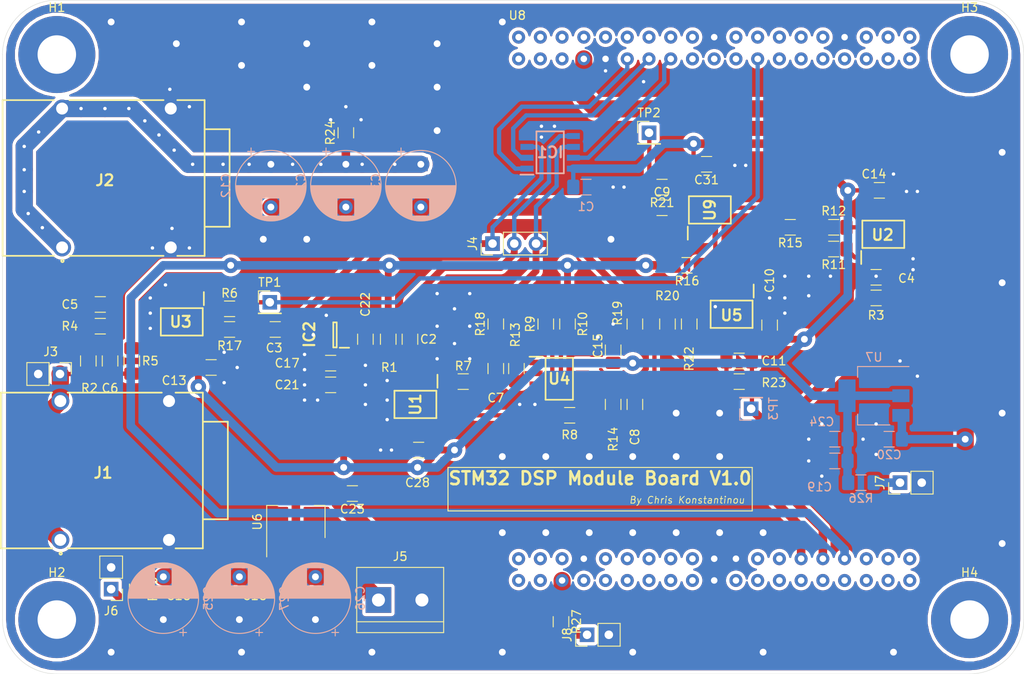
<source format=kicad_pcb>
(kicad_pcb (version 20171130) (host pcbnew "(5.1.0)-1")
  (layers (0 F.Cu signal) (31 B.Cu signal) (34 B.Paste user) (35 F.Paste user) (36 B.SilkS user) (37 F.SilkS user) (38 B.Mask user) (39 F.Mask user) (44 Edge.Cuts user))
  (net 0 "")
  (net 1 +3V3)
  (net 2 GND)
  (net 3 "Net-(C2-Pad1)")
  (net 4 RW)
  (net 5 AUDIO_IN_W_OFFSET)
  (net 6 RH)
  (net 7 "Net-(C4-Pad2)")
  (net 8 "Net-(C5-Pad2)")
  (net 9 "Net-(C6-Pad1)")
  (net 10 "Net-(C7-Pad2)")
  (net 11 "Net-(C7-Pad1)")
  (net 12 "Net-(C8-Pad1)")
  (net 13 "Net-(C8-Pad2)")
  (net 14 "Net-(C9-Pad2)")
  (net 15 "Net-(C12-Pad2)")
  (net 16 "Net-(C11-Pad2)")
  (net 17 IN_ADC)
  (net 18 AUDIO_OUT)
  (net 19 +9V)
  (net 20 +5V)
  (net 21 Vbias)
  (net 22 INC)
  (net 23 U_D)
  (net 24 RL)
  (net 25 CS)
  (net 26 AUDIO_IN)
  (net 27 OUT_DAC)
  (net 28 "Net-(R6-Pad1)")
  (net 29 "Net-(R7-Pad1)")
  (net 30 "Net-(R9-Pad1)")
  (net 31 "Net-(R10-Pad1)")
  (net 32 "Net-(R11-Pad2)")
  (net 33 "Net-(R11-Pad1)")
  (net 34 "Net-(R12-Pad1)")
  (net 35 "Net-(R16-Pad1)")
  (net 36 "Net-(R17-Pad1)")
  (net 37 "Net-(R22-Pad1)")
  (net 38 "Net-(U8-Pad38)")
  (net 39 "Net-(U8-Pad36)")
  (net 40 "Net-(U8-Pad34)")
  (net 41 "Net-(U8-Pad26)")
  (net 42 "Net-(U8-Pad24)")
  (net 43 "Net-(U8-Pad18)")
  (net 44 "Net-(U8-Pad16)")
  (net 45 "Net-(U8-Pad14)")
  (net 46 "Net-(U8-Pad12)")
  (net 47 "Net-(U8-Pad10)")
  (net 48 "Net-(U8-Pad6)")
  (net 49 "Net-(U8-Pad4)")
  (net 50 "Net-(U8-Pad2)")
  (net 51 "Net-(U8-Pad1)")
  (net 52 "Net-(U8-Pad3)")
  (net 53 "Net-(U8-Pad7)")
  (net 54 "Net-(U8-Pad9)")
  (net 55 "Net-(U8-Pad13)")
  (net 56 "Net-(U8-Pad11)")
  (net 57 "Net-(U8-Pad15)")
  (net 58 "Net-(U8-Pad31)")
  (net 59 "Net-(U8-Pad21)")
  (net 60 "Net-(U8-Pad23)")
  (net 61 "Net-(U8-Pad25)")
  (net 62 "Net-(U8-Pad27)")
  (net 63 "Net-(U8-Pad29)")
  (net 64 "Net-(U8-Pad37)")
  (net 65 "Net-(U8-Pad33)")
  (net 66 "Net-(U8-Pad35)")
  (net 67 "Net-(U8-Pad17)")
  (net 68 "Net-(U8-Pad42)")
  (net 69 "Net-(U8-Pad50)")
  (net 70 "Net-(U8-Pad66)")
  (net 71 "Net-(U8-Pad74)")
  (net 72 "Net-(U8-Pad60)")
  (net 73 "Net-(U8-Pad68)")
  (net 74 "Net-(U8-Pad55)")
  (net 75 "Net-(U8-Pad44)")
  (net 76 "Net-(U8-Pad73)")
  (net 77 "Net-(U8-Pad75)")
  (net 78 "Net-(U8-Pad57)")
  (net 79 "Net-(U8-Pad71)")
  (net 80 "Net-(U8-Pad46)")
  (net 81 "Net-(U8-Pad56)")
  (net 82 "Net-(U8-Pad65)")
  (net 83 "Net-(U8-Pad43)")
  (net 84 "Net-(U8-Pad76)")
  (net 85 "Net-(U8-Pad64)")
  (net 86 "Net-(U8-Pad41)")
  (net 87 "Net-(U8-Pad39)")
  (net 88 "Net-(U8-Pad40)")
  (net 89 "Net-(U8-Pad52)")
  (net 90 "Net-(U8-Pad62)")
  (net 91 "Net-(U8-Pad72)")
  (net 92 "Net-(U8-Pad67)")
  (net 93 "Net-(U8-Pad63)")
  (net 94 "Net-(U8-Pad59)")
  (net 95 "Net-(U8-Pad69)")
  (net 96 "Net-(U8-Pad54)")
  (net 97 "Net-(U8-Pad48)")
  (net 98 "Net-(U1-Pad5)")
  (net 99 "Net-(U1-Pad6)")
  (net 100 "Net-(U1-Pad7)")
  (net 101 "Net-(U5-Pad3)")
  (net 102 "Net-(U5-Pad2)")
  (net 103 "Net-(U5-Pad1)")
  (net 104 "Net-(U9-Pad5)")
  (net 105 "Net-(U9-Pad6)")
  (net 106 "Net-(U9-Pad7)")
  (net 107 "Net-(J6-Pad1)")
  (net 108 "Net-(J7-Pad1)")
  (net 109 "Net-(J8-Pad1)")
  (module SamacSys_Parts:NE555DR (layer F.Cu) (at 139.7762 81.9658 90)
    (fp_text reference U2 (at -0.0762 -0.0762) (layer F.SilkS) (effects (font (size 1.27 1.27) (thickness 0.254))))
    (fp_text value NE5532 hide)
    (pad 8 smd rect (at 2.712 -1.905 180) (size 0.65 1.525) (layers F.Cu F.Paste F.Mask) (net 1 +3V3))
    (pad 7 smd rect (at 2.712 -0.635 180) (size 0.65 1.525) (layers F.Cu F.Paste F.Mask) (net 34 "Net-(R12-Pad1)"))
    (pad 6 smd rect (at 2.712 0.635 180) (size 0.65 1.525) (layers F.Cu F.Paste F.Mask) (net 34 "Net-(R12-Pad1)"))
    (pad 5 smd rect (at 2.712 1.905 180) (size 0.65 1.525) (layers F.Cu F.Paste F.Mask) (net 7 "Net-(C4-Pad2)"))
    (pad 4 smd rect (at -2.712 1.905 180) (size 0.65 1.525) (layers F.Cu F.Paste F.Mask) (net 2 GND))
    (pad 3 smd rect (at -2.712 0.635 180) (size 0.65 1.525) (layers F.Cu F.Paste F.Mask) (net 7 "Net-(C4-Pad2)"))
    (pad 2 smd rect (at -2.712 -0.635 180) (size 0.65 1.525) (layers F.Cu F.Paste F.Mask) (net 33 "Net-(R11-Pad1)"))
    (pad 1 smd rect (at -2.712 -1.905 180) (size 0.65 1.525) (layers F.Cu F.Paste F.Mask) (net 33 "Net-(R11-Pad1)"))
  )
  (module SamacSys_Parts:NE555DR (layer F.Cu) (at 119.507 79.121 90)
    (fp_text reference U9 (at 0 0 90) (layer F.SilkS) (effects (font (size 1.27 1.27) (thickness 0.254))))
    (fp_text value NE5532 hide)
    (pad 1 smd rect (at -2.712 -1.905 180) (size 0.65 1.525) (layers F.Cu F.Paste F.Mask) (net 15 "Net-(C12-Pad2)"))
    (pad 2 smd rect (at -2.712 -0.635 180) (size 0.65 1.525) (layers F.Cu F.Paste F.Mask) (net 14 "Net-(C9-Pad2)"))
    (pad 3 smd rect (at -2.712 0.635 180) (size 0.65 1.525) (layers F.Cu F.Paste F.Mask) (net 35 "Net-(R16-Pad1)"))
    (pad 4 smd rect (at -2.712 1.905 180) (size 0.65 1.525) (layers F.Cu F.Paste F.Mask) (net 2 GND))
    (pad 5 smd rect (at 2.712 1.905 180) (size 0.65 1.525) (layers F.Cu F.Paste F.Mask) (net 104 "Net-(U9-Pad5)"))
    (pad 6 smd rect (at 2.712 0.635 180) (size 0.65 1.525) (layers F.Cu F.Paste F.Mask) (net 105 "Net-(U9-Pad6)"))
    (pad 7 smd rect (at 2.712 -0.635 180) (size 0.65 1.525) (layers F.Cu F.Paste F.Mask) (net 106 "Net-(U9-Pad7)"))
    (pad 8 smd rect (at 2.712 -1.905 180) (size 0.65 1.525) (layers F.Cu F.Paste F.Mask) (net 1 +3V3))
  )
  (module SamacSys_Parts:NE555DR (layer F.Cu) (at 122.047 91.313 270)
    (fp_text reference U5 (at 0.127 0) (layer F.SilkS) (effects (font (size 1.27 1.27) (thickness 0.254))))
    (fp_text value NE5532 hide)
    (pad 8 smd rect (at 2.712 -1.905) (size 0.65 1.525) (layers F.Cu F.Paste F.Mask) (net 1 +3V3))
    (pad 7 smd rect (at 2.712 -0.635) (size 0.65 1.525) (layers F.Cu F.Paste F.Mask) (net 17 IN_ADC))
    (pad 6 smd rect (at 2.712 0.635) (size 0.65 1.525) (layers F.Cu F.Paste F.Mask) (net 16 "Net-(C11-Pad2)"))
    (pad 5 smd rect (at 2.712 1.905) (size 0.65 1.525) (layers F.Cu F.Paste F.Mask) (net 37 "Net-(R22-Pad1)"))
    (pad 4 smd rect (at -2.712 1.905) (size 0.65 1.525) (layers F.Cu F.Paste F.Mask) (net 2 GND))
    (pad 3 smd rect (at -2.712 0.635) (size 0.65 1.525) (layers F.Cu F.Paste F.Mask) (net 101 "Net-(U5-Pad3)"))
    (pad 2 smd rect (at -2.712 -0.635) (size 0.65 1.525) (layers F.Cu F.Paste F.Mask) (net 102 "Net-(U5-Pad2)"))
    (pad 1 smd rect (at -2.712 -1.905) (size 0.65 1.525) (layers F.Cu F.Paste F.Mask) (net 103 "Net-(U5-Pad1)"))
  )
  (module SamacSys_Parts:NE555DR (layer F.Cu) (at 101.9048 98.8568)
    (fp_text reference U4 (at 0 0) (layer F.SilkS) (effects (font (size 1.27 1.27) (thickness 0.254))))
    (fp_text value NE5532 hide)
    (pad 1 smd rect (at -2.712 -1.905 90) (size 0.65 1.525) (layers F.Cu F.Paste F.Mask) (net 11 "Net-(C7-Pad1)"))
    (pad 2 smd rect (at -2.712 -0.635 90) (size 0.65 1.525) (layers F.Cu F.Paste F.Mask) (net 10 "Net-(C7-Pad2)"))
    (pad 3 smd rect (at -2.712 0.635 90) (size 0.65 1.525) (layers F.Cu F.Paste F.Mask) (net 30 "Net-(R9-Pad1)"))
    (pad 4 smd rect (at -2.712 1.905 90) (size 0.65 1.525) (layers F.Cu F.Paste F.Mask) (net 2 GND))
    (pad 5 smd rect (at 2.712 1.905 90) (size 0.65 1.525) (layers F.Cu F.Paste F.Mask) (net 31 "Net-(R10-Pad1)"))
    (pad 6 smd rect (at 2.712 0.635 90) (size 0.65 1.525) (layers F.Cu F.Paste F.Mask) (net 13 "Net-(C8-Pad2)"))
    (pad 7 smd rect (at 2.712 -0.635 90) (size 0.65 1.525) (layers F.Cu F.Paste F.Mask) (net 12 "Net-(C8-Pad1)"))
    (pad 8 smd rect (at 2.712 -1.905 90) (size 0.65 1.525) (layers F.Cu F.Paste F.Mask) (net 1 +3V3))
  )
  (module SamacSys_Parts:NE555DR (layer F.Cu) (at 57.785 92.202 270)
    (fp_text reference U3 (at 0 0.127) (layer F.SilkS) (effects (font (size 1.27 1.27) (thickness 0.254))))
    (fp_text value NE5532 hide)
    (pad 1 smd rect (at -2.712 -1.905) (size 0.65 1.525) (layers F.Cu F.Paste F.Mask) (net 28 "Net-(R6-Pad1)"))
    (pad 2 smd rect (at -2.712 -0.635) (size 0.65 1.525) (layers F.Cu F.Paste F.Mask) (net 28 "Net-(R6-Pad1)"))
    (pad 3 smd rect (at -2.712 0.635) (size 0.65 1.525) (layers F.Cu F.Paste F.Mask) (net 9 "Net-(C6-Pad1)"))
    (pad 4 smd rect (at -2.712 1.905) (size 0.65 1.525) (layers F.Cu F.Paste F.Mask) (net 2 GND))
    (pad 5 smd rect (at 2.712 1.905) (size 0.65 1.525) (layers F.Cu F.Paste F.Mask) (net 9 "Net-(C6-Pad1)"))
    (pad 6 smd rect (at 2.712 0.635) (size 0.65 1.525) (layers F.Cu F.Paste F.Mask) (net 36 "Net-(R17-Pad1)"))
    (pad 7 smd rect (at 2.712 -0.635) (size 0.65 1.525) (layers F.Cu F.Paste F.Mask) (net 36 "Net-(R17-Pad1)"))
    (pad 8 smd rect (at 2.712 -1.905) (size 0.65 1.525) (layers F.Cu F.Paste F.Mask) (net 1 +3V3))
  )
  (module SamacSys_Parts:NE555DR (layer F.Cu) (at 85.09 101.854 270)
    (fp_text reference U1 (at 0 0 270) (layer F.SilkS) (effects (font (size 1.27 1.27) (thickness 0.254))))
    (fp_text value NE5532 hide)
    (pad 1 smd rect (at -2.712 -1.905) (size 0.65 1.525) (layers F.Cu F.Paste F.Mask) (net 29 "Net-(R7-Pad1)"))
    (pad 2 smd rect (at -2.712 -0.635) (size 0.65 1.525) (layers F.Cu F.Paste F.Mask) (net 29 "Net-(R7-Pad1)"))
    (pad 3 smd rect (at -2.712 0.635) (size 0.65 1.525) (layers F.Cu F.Paste F.Mask) (net 3 "Net-(C2-Pad1)"))
    (pad 4 smd rect (at -2.712 1.905) (size 0.65 1.525) (layers F.Cu F.Paste F.Mask) (net 2 GND))
    (pad 5 smd rect (at 2.712 1.905) (size 0.65 1.525) (layers F.Cu F.Paste F.Mask) (net 98 "Net-(U1-Pad5)"))
    (pad 6 smd rect (at 2.712 0.635) (size 0.65 1.525) (layers F.Cu F.Paste F.Mask) (net 99 "Net-(U1-Pad6)"))
    (pad 7 smd rect (at 2.712 -0.635) (size 0.65 1.525) (layers F.Cu F.Paste F.Mask) (net 100 "Net-(U1-Pad7)"))
    (pad 8 smd rect (at 2.712 -1.905) (size 0.65 1.525) (layers F.Cu F.Paste F.Mask) (net 1 +3V3))
  )
  (module Capacitor_SMD:C_1206_3216Metric_Pad1.42x1.75mm_HandSolder (layer B.Cu) (at 140.462 105.918)
    (fp_text reference C20 (at 0 1.82) (layer B.SilkS) (effects (justify mirror)))
    (fp_text value 100n)
    (pad 2 smd roundrect (at 1.4875 0) (size 1.425 1.75) (layers B.Cu B.Paste B.Mask) (roundrect_rratio 0.175439) (net 20 +5V))
    (pad 1 smd roundrect (at -1.4875 0) (size 1.425 1.75) (layers B.Cu B.Paste B.Mask) (roundrect_rratio 0.175439) (net 2 GND))
  )
  (module nucleo64:nucleo64 (layer F.Cu) (at 114.935 91.948 90)
    (fp_text reference U8 (at 35.56 -17.9324 180) (layer F.SilkS))
    (fp_text value NUCLEO64-F411RE)
    (pad 48 thru_hole circle (at 33.02 -7.62 90) (size 1.524 1.524) (drill 0.762) (layers *.Cu *.Mask) (net 97 "Net-(U8-Pad48)"))
    (pad 51 thru_hole circle (at 30.48 -2.54 90) (size 1.524 1.524) (drill 0.762) (layers *.Cu *.Mask) (net 23 U_D))
    (pad 70 thru_hole circle (at 33.02 20.32 90) (size 1.524 1.524) (drill 0.762) (layers *.Cu *.Mask) (net 2 GND))
    (pad 54 thru_hole circle (at 33.02 0 90) (size 1.524 1.524) (drill 0.762) (layers *.Cu *.Mask) (net 96 "Net-(U8-Pad54)"))
    (pad 53 thru_hole circle (at 30.48 0 90) (size 1.524 1.524) (drill 0.762) (layers *.Cu *.Mask) (net 25 CS))
    (pad 69 thru_hole circle (at 30.48 20.32 90) (size 1.524 1.524) (drill 0.762) (layers *.Cu *.Mask) (net 95 "Net-(U8-Pad69)"))
    (pad 59 thru_hole circle (at 30.48 7.62 90) (size 1.524 1.524) (drill 0.762) (layers *.Cu *.Mask) (net 94 "Net-(U8-Pad59)"))
    (pad 63 thru_hole circle (at 30.48 12.7 90) (size 1.524 1.524) (drill 0.762) (layers *.Cu *.Mask) (net 93 "Net-(U8-Pad63)"))
    (pad 67 thru_hole circle (at 30.48 17.78 90) (size 1.524 1.524) (drill 0.762) (layers *.Cu *.Mask) (net 92 "Net-(U8-Pad67)"))
    (pad 45 thru_hole circle (at 30.48 -10.16 90) (size 1.524 1.524) (drill 0.762) (layers *.Cu *.Mask) (net 20 +5V))
    (pad 72 thru_hole circle (at 33.02 22.86 90) (size 1.524 1.524) (drill 0.762) (layers *.Cu *.Mask) (net 91 "Net-(U8-Pad72)"))
    (pad 62 thru_hole circle (at 33.02 10.16 90) (size 1.524 1.524) (drill 0.762) (layers *.Cu *.Mask) (net 90 "Net-(U8-Pad62)"))
    (pad 52 thru_hole circle (at 33.02 -2.54 90) (size 1.524 1.524) (drill 0.762) (layers *.Cu *.Mask) (net 89 "Net-(U8-Pad52)"))
    (pad 40 thru_hole circle (at 33.02 -17.78 90) (size 1.524 1.524) (drill 0.762) (layers *.Cu *.Mask) (net 88 "Net-(U8-Pad40)"))
    (pad 39 thru_hole circle (at 30.48 -17.78 90) (size 1.524 1.524) (drill 0.762) (layers *.Cu *.Mask) (net 87 "Net-(U8-Pad39)"))
    (pad 41 thru_hole circle (at 30.48 -15.24 90) (size 1.524 1.524) (drill 0.762) (layers *.Cu *.Mask) (net 86 "Net-(U8-Pad41)"))
    (pad 64 thru_hole circle (at 33.02 12.7 90) (size 1.524 1.524) (drill 0.762) (layers *.Cu *.Mask) (net 85 "Net-(U8-Pad64)"))
    (pad 76 thru_hole circle (at 33.02 27.94 90) (size 1.524 1.524) (drill 0.762) (layers *.Cu *.Mask) (net 84 "Net-(U8-Pad76)"))
    (pad 58 thru_hole circle (at 33.02 5.08 90) (size 1.524 1.524) (drill 0.762) (layers *.Cu *.Mask) (net 2 GND))
    (pad 43 thru_hole circle (at 30.48 -12.7 90) (size 1.524 1.524) (drill 0.762) (layers *.Cu *.Mask) (net 83 "Net-(U8-Pad43)"))
    (pad 61 thru_hole circle (at 30.48 10.16 90) (size 1.524 1.524) (drill 0.762) (layers *.Cu *.Mask) (net 5 AUDIO_IN_W_OFFSET))
    (pad 65 thru_hole circle (at 30.48 15.24 90) (size 1.524 1.524) (drill 0.762) (layers *.Cu *.Mask) (net 82 "Net-(U8-Pad65)"))
    (pad 56 thru_hole circle (at 33.02 2.54 90) (size 1.524 1.524) (drill 0.762) (layers *.Cu *.Mask) (net 81 "Net-(U8-Pad56)"))
    (pad 46 thru_hole circle (at 33.02 -10.16 90) (size 1.524 1.524) (drill 0.762) (layers *.Cu *.Mask) (net 80 "Net-(U8-Pad46)"))
    (pad 71 thru_hole circle (at 30.48 22.86 90) (size 1.524 1.524) (drill 0.762) (layers *.Cu *.Mask) (net 79 "Net-(U8-Pad71)"))
    (pad 57 thru_hole circle (at 30.48 5.08 90) (size 1.524 1.524) (drill 0.762) (layers *.Cu *.Mask) (net 78 "Net-(U8-Pad57)"))
    (pad 75 thru_hole circle (at 30.48 27.94 90) (size 1.524 1.524) (drill 0.762) (layers *.Cu *.Mask) (net 77 "Net-(U8-Pad75)"))
    (pad 73 thru_hole circle (at 30.48 25.4 90) (size 1.524 1.524) (drill 0.762) (layers *.Cu *.Mask) (net 76 "Net-(U8-Pad73)"))
    (pad 44 thru_hole circle (at 33.02 -12.7 90) (size 1.524 1.524) (drill 0.762) (layers *.Cu *.Mask) (net 75 "Net-(U8-Pad44)"))
    (pad 55 thru_hole circle (at 30.48 2.54 90) (size 1.524 1.524) (drill 0.762) (layers *.Cu *.Mask) (net 74 "Net-(U8-Pad55)"))
    (pad 68 thru_hole circle (at 33.02 17.78 90) (size 1.524 1.524) (drill 0.762) (layers *.Cu *.Mask) (net 73 "Net-(U8-Pad68)"))
    (pad 60 thru_hole circle (at 33.02 7.62 90) (size 1.524 1.524) (drill 0.762) (layers *.Cu *.Mask) (net 72 "Net-(U8-Pad60)"))
    (pad 74 thru_hole circle (at 33.02 25.4 90) (size 1.524 1.524) (drill 0.762) (layers *.Cu *.Mask) (net 71 "Net-(U8-Pad74)"))
    (pad 66 thru_hole circle (at 33.02 15.24 90) (size 1.524 1.524) (drill 0.762) (layers *.Cu *.Mask) (net 70 "Net-(U8-Pad66)"))
    (pad 50 thru_hole circle (at 33.02 -5.08 90) (size 1.524 1.524) (drill 0.762) (layers *.Cu *.Mask) (net 69 "Net-(U8-Pad50)"))
    (pad 42 thru_hole circle (at 33.02 -15.24 90) (size 1.524 1.524) (drill 0.762) (layers *.Cu *.Mask) (net 68 "Net-(U8-Pad42)"))
    (pad 47 thru_hole circle (at 30.48 -7.62 90) (size 1.524 1.524) (drill 0.762) (layers *.Cu *.Mask) (net 2 GND))
    (pad 49 thru_hole circle (at 30.48 -5.08 90) (size 1.524 1.524) (drill 0.762) (layers *.Cu *.Mask) (net 22 INC))
    (pad 17 thru_hole circle (at -30.48 2.54 90) (size 1.524 1.524) (drill 0.762) (layers *.Cu *.Mask) (net 67 "Net-(U8-Pad17)"))
    (pad 35 thru_hole circle (at -30.48 25.4 90) (size 1.524 1.524) (drill 0.762) (layers *.Cu *.Mask) (net 66 "Net-(U8-Pad35)"))
    (pad 33 thru_hole circle (at -30.48 22.86 90) (size 1.524 1.524) (drill 0.762) (layers *.Cu *.Mask) (net 65 "Net-(U8-Pad33)"))
    (pad 37 thru_hole circle (at -30.48 27.94 90) (size 1.524 1.524) (drill 0.762) (layers *.Cu *.Mask) (net 64 "Net-(U8-Pad37)"))
    (pad 29 thru_hole circle (at -30.48 17.78 90) (size 1.524 1.524) (drill 0.762) (layers *.Cu *.Mask) (net 63 "Net-(U8-Pad29)"))
    (pad 27 thru_hole circle (at -30.48 15.24 90) (size 1.524 1.524) (drill 0.762) (layers *.Cu *.Mask) (net 62 "Net-(U8-Pad27)"))
    (pad 25 thru_hole circle (at -30.48 12.7 90) (size 1.524 1.524) (drill 0.762) (layers *.Cu *.Mask) (net 61 "Net-(U8-Pad25)"))
    (pad 23 thru_hole circle (at -30.48 10.16 90) (size 1.524 1.524) (drill 0.762) (layers *.Cu *.Mask) (net 60 "Net-(U8-Pad23)"))
    (pad 21 thru_hole circle (at -30.48 7.62 90) (size 1.524 1.524) (drill 0.762) (layers *.Cu *.Mask) (net 59 "Net-(U8-Pad21)"))
    (pad 31 thru_hole circle (at -30.48 20.32 90) (size 1.524 1.524) (drill 0.762) (layers *.Cu *.Mask) (net 58 "Net-(U8-Pad31)"))
    (pad 19 thru_hole circle (at -30.48 5.08 90) (size 1.524 1.524) (drill 0.762) (layers *.Cu *.Mask) (net 2 GND))
    (pad 15 thru_hole circle (at -30.48 0 90) (size 1.524 1.524) (drill 0.762) (layers *.Cu *.Mask) (net 57 "Net-(U8-Pad15)"))
    (pad 11 thru_hole circle (at -30.48 -5.08 90) (size 1.524 1.524) (drill 0.762) (layers *.Cu *.Mask) (net 56 "Net-(U8-Pad11)"))
    (pad 13 thru_hole circle (at -30.48 -2.54 90) (size 1.524 1.524) (drill 0.762) (layers *.Cu *.Mask) (net 55 "Net-(U8-Pad13)"))
    (pad 9 thru_hole circle (at -30.48 -7.62 90) (size 1.524 1.524) (drill 0.762) (layers *.Cu *.Mask) (net 54 "Net-(U8-Pad9)"))
    (pad 7 thru_hole circle (at -30.48 -10.16 90) (size 1.524 1.524) (drill 0.762) (layers *.Cu *.Mask) (net 53 "Net-(U8-Pad7)"))
    (pad 5 thru_hole circle (at -30.48 -12.7 90) (size 1.524 1.524) (drill 0.762) (layers *.Cu *.Mask) (net 20 +5V))
    (pad 3 thru_hole circle (at -30.48 -15.24 90) (size 1.524 1.524) (drill 0.762) (layers *.Cu *.Mask) (net 52 "Net-(U8-Pad3)"))
    (pad 1 thru_hole circle (at -30.48 -17.78 90) (size 1.524 1.524) (drill 0.762) (layers *.Cu *.Mask) (net 51 "Net-(U8-Pad1)"))
    (pad 2 thru_hole circle (at -27.94 -17.78 90) (size 1.524 1.524) (drill 0.762) (layers *.Cu *.Mask) (net 50 "Net-(U8-Pad2)"))
    (pad 4 thru_hole circle (at -27.94 -15.24 90) (size 1.524 1.524) (drill 0.762) (layers *.Cu *.Mask) (net 49 "Net-(U8-Pad4)"))
    (pad 6 thru_hole circle (at -27.94 -12.7 90) (size 1.524 1.524) (drill 0.762) (layers *.Cu *.Mask) (net 48 "Net-(U8-Pad6)"))
    (pad 8 thru_hole circle (at -27.94 -10.16 90) (size 1.524 1.524) (drill 0.762) (layers *.Cu *.Mask) (net 2 GND))
    (pad 10 thru_hole circle (at -27.94 -7.62 90) (size 1.524 1.524) (drill 0.762) (layers *.Cu *.Mask) (net 47 "Net-(U8-Pad10)"))
    (pad 12 thru_hole circle (at -27.94 -5.08 90) (size 1.524 1.524) (drill 0.762) (layers *.Cu *.Mask) (net 46 "Net-(U8-Pad12)"))
    (pad 14 thru_hole circle (at -27.94 -2.54 90) (size 1.524 1.524) (drill 0.762) (layers *.Cu *.Mask) (net 45 "Net-(U8-Pad14)"))
    (pad 16 thru_hole circle (at -27.94 0 90) (size 1.524 1.524) (drill 0.762) (layers *.Cu *.Mask) (net 44 "Net-(U8-Pad16)"))
    (pad 18 thru_hole circle (at -27.94 2.54 90) (size 1.524 1.524) (drill 0.762) (layers *.Cu *.Mask) (net 43 "Net-(U8-Pad18)"))
    (pad 20 thru_hole circle (at -27.94 5.08 90) (size 1.524 1.524) (drill 0.762) (layers *.Cu *.Mask) (net 2 GND))
    (pad 22 thru_hole circle (at -27.94 7.62 90) (size 1.524 1.524) (drill 0.762) (layers *.Cu *.Mask) (net 2 GND))
    (pad 24 thru_hole circle (at -27.94 10.16 90) (size 1.524 1.524) (drill 0.762) (layers *.Cu *.Mask) (net 42 "Net-(U8-Pad24)"))
    (pad 26 thru_hole circle (at -27.94 12.7 90) (size 1.524 1.524) (drill 0.762) (layers *.Cu *.Mask) (net 41 "Net-(U8-Pad26)"))
    (pad 28 thru_hole circle (at -27.94 15.24 90) (size 1.524 1.524) (drill 0.762) (layers *.Cu *.Mask) (net 17 IN_ADC))
    (pad 30 thru_hole circle (at -27.94 17.78 90) (size 1.524 1.524) (drill 0.762) (layers *.Cu *.Mask) (net 27 OUT_DAC))
    (pad 32 thru_hole circle (at -27.94 20.32 90) (size 1.524 1.524) (drill 0.762) (layers *.Cu *.Mask) (net 21 Vbias))
    (pad 34 thru_hole circle (at -27.94 22.86 90) (size 1.524 1.524) (drill 0.762) (layers *.Cu *.Mask) (net 40 "Net-(U8-Pad34)"))
    (pad 36 thru_hole circle (at -27.94 25.4 90) (size 1.524 1.524) (drill 0.762) (layers *.Cu *.Mask) (net 39 "Net-(U8-Pad36)"))
    (pad 38 thru_hole circle (at -27.94 27.94 90) (size 1.524 1.524) (drill 0.762) (layers *.Cu *.Mask) (net 38 "Net-(U8-Pad38)"))
  )
  (module Package_TO_SOT_SMD:SOT-223-3_TabPin2 (layer B.Cu) (at 138.684 100.838 180)
    (fp_text reference U7 (at 0 4.5 180) (layer B.SilkS) (effects (justify mirror)))
    (fp_text value AMS1117-3.3)
    (pad 1 smd rect (at -3.15 2.3 180) (size 2 1.5) (layers B.Cu B.Paste B.Mask) (net 2 GND))
    (pad 3 smd rect (at -3.15 -2.3 180) (size 2 1.5) (layers B.Cu B.Paste B.Mask) (net 20 +5V))
    (pad 2 smd rect (at -3.15 0 180) (size 2 1.5) (layers B.Cu B.Paste B.Mask) (net 1 +3V3))
    (pad 2 smd rect (at 3.15 0 180) (size 2 3.8) (layers B.Cu B.Paste B.Mask) (net 1 +3V3))
  )
  (module Package_TO_SOT_SMD:SOT-223-3_TabPin2 (layer F.Cu) (at 71.12 115.57 90)
    (fp_text reference U6 (at 0 -4.5 90) (layer F.SilkS))
    (fp_text value AMS1117-5.0)
    (pad 1 smd rect (at -3.15 -2.3 90) (size 2 1.5) (layers F.Cu F.Paste F.Mask) (net 2 GND))
    (pad 3 smd rect (at -3.15 2.3 90) (size 2 1.5) (layers F.Cu F.Paste F.Mask) (net 19 +9V))
    (pad 2 smd rect (at -3.15 0 90) (size 2 1.5) (layers F.Cu F.Paste F.Mask) (net 20 +5V))
    (pad 2 smd rect (at 3.15 0 90) (size 2 3.8) (layers F.Cu F.Paste F.Mask) (net 20 +5V))
  )
  (module TerminalBlock:TerminalBlock_bornier-2_P5.08mm (layer F.Cu) (at 80.772 124.714)
    (fp_text reference J5 (at 2.54 -5.08 -180) (layer F.SilkS))
    (fp_text value "Power In")
    (pad 2 thru_hole circle (at 5.08 0) (size 3 3) (drill 1.52) (layers *.Cu *.Mask) (net 2 GND))
    (pad 1 thru_hole rect (at 0 0) (size 3 3) (drill 1.52) (layers *.Cu *.Mask) (net 19 +9V))
  )
  (module SamacSys_Parts:SOT95P237X112-3N (layer F.Cu) (at 75.692 93.726 180)
    (fp_text reference IC2 (at 2.9972 0.0508 270) (layer F.SilkS) (effects (font (size 1.27 1.27) (thickness 0.254))))
    (fp_text value ISL21080CIH315Z-TK hide)
    (pad 3 smd rect (at 1.1 0 270) (size 0.6 1.1) (layers F.Cu F.Paste F.Mask) (net 2 GND))
    (pad 2 smd rect (at -1.1 0.95 270) (size 0.6 1.1) (layers F.Cu F.Paste F.Mask) (net 21 Vbias))
    (pad 1 smd rect (at -1.1 -0.95 270) (size 0.6 1.1) (layers F.Cu F.Paste F.Mask) (net 1 +3V3))
  )
  (module MountingHole:MountingHole_4.5mm_Pad (layer F.Cu) (at 149.86 127)
    (fp_text reference H4 (at 0 -5.5) (layer F.SilkS))
    (fp_text value MountingHole)
    (pad 1 thru_hole circle (at 0 0) (size 9 9) (drill 4.5) (layers *.Cu *.Mask))
  )
  (module MountingHole:MountingHole_4.5mm_Pad (layer F.Cu) (at 149.86 60.96)
    (fp_text reference H3 (at 0 -5.5) (layer F.SilkS))
    (fp_text value MountingHole)
    (pad 1 thru_hole circle (at 0 0) (size 9 9) (drill 4.5) (layers *.Cu *.Mask))
  )
  (module MountingHole:MountingHole_4.5mm_Pad (layer F.Cu) (at 43.18 127)
    (fp_text reference H2 (at 0 -5.5) (layer F.SilkS))
    (fp_text value MountingHole)
    (pad 1 thru_hole circle (at 0 0) (size 9 9) (drill 4.5) (layers *.Cu *.Mask))
  )
  (module MountingHole:MountingHole_4.5mm_Pad (layer F.Cu) (at 43.18 60.96)
    (fp_text reference H1 (at 0 -5.5) (layer F.SilkS))
    (fp_text value MountingHole)
    (pad 1 thru_hole circle (at 0 0) (size 9 9) (drill 4.5) (layers *.Cu *.Mask))
  )
  (module SamacSys_Parts:SOIC127P600X175-8N (layer B.Cu) (at 100.838 72.39)
    (fp_text reference IC1 (at 0 0 180) (layer B.SilkS) (effects (font (size 1.27 1.27) (thickness 0.254)) (justify mirror)))
    (fp_text value X9C104SIZ hide)
    (pad 1 smd rect (at -2.712 1.905 270) (size 0.7 1.525) (layers B.Cu B.Paste B.Mask) (net 22 INC))
    (pad 2 smd rect (at -2.712 0.635 270) (size 0.7 1.525) (layers B.Cu B.Paste B.Mask) (net 23 U_D))
    (pad 3 smd rect (at -2.712 -0.635 270) (size 0.7 1.525) (layers B.Cu B.Paste B.Mask) (net 6 RH))
    (pad 4 smd rect (at -2.712 -1.905 270) (size 0.7 1.525) (layers B.Cu B.Paste B.Mask) (net 2 GND))
    (pad 5 smd rect (at 2.712 -1.905 270) (size 0.7 1.525) (layers B.Cu B.Paste B.Mask) (net 4 RW))
    (pad 6 smd rect (at 2.712 -0.635 270) (size 0.7 1.525) (layers B.Cu B.Paste B.Mask) (net 24 RL))
    (pad 7 smd rect (at 2.712 0.635 270) (size 0.7 1.525) (layers B.Cu B.Paste B.Mask) (net 25 CS))
    (pad 8 smd rect (at 2.712 1.905 270) (size 0.7 1.525) (layers B.Cu B.Paste B.Mask) (net 1 +3V3))
  )
  (module SamacSys_Parts:NMJ4HCD2 (layer F.Cu) (at 60.2488 109.5756)
    (fp_text reference J1 (at -11.659 0.271) (layer F.SilkS) (effects (font (size 1.27 1.27) (thickness 0.254))))
    (fp_text value NMJ4HCD2 hide)
    (pad 4 thru_hole circle (at -16.655 -8.115) (size 2.1 2.1) (drill 1.4) (layers *.Cu *.Mask) (net 26 AUDIO_IN))
    (pad 3 thru_hole circle (at -3.955 -8.115) (size 2.1 2.1) (drill 1.4) (layers *.Cu *.Mask) (net 2 GND))
    (pad 2 thru_hole circle (at -3.955 8.115) (size 2.1 2.1) (drill 1.4) (layers *.Cu *.Mask) (net 2 GND))
    (pad 1 thru_hole circle (at -16.655 8.115) (size 2.1 2.1) (drill 1.4) (layers *.Cu *.Mask) (net 26 AUDIO_IN))
  )
  (module SamacSys_Parts:NMJ4HCD2 (layer F.Cu) (at 60.452 75.3872)
    (fp_text reference J2 (at -11.659 0.271 -180) (layer F.SilkS) (effects (font (size 1.27 1.27) (thickness 0.254))))
    (fp_text value NMJ4HCD2 hide)
    (pad 1 thru_hole circle (at -16.655 8.115) (size 2.1 2.1) (drill 1.4) (layers *.Cu *.Mask) (net 18 AUDIO_OUT))
    (pad 2 thru_hole circle (at -3.955 8.115) (size 2.1 2.1) (drill 1.4) (layers *.Cu *.Mask) (net 2 GND))
    (pad 3 thru_hole circle (at -3.955 -8.115) (size 2.1 2.1) (drill 1.4) (layers *.Cu *.Mask) (net 2 GND))
    (pad 4 thru_hole circle (at -16.655 -8.115) (size 2.1 2.1) (drill 1.4) (layers *.Cu *.Mask) (net 18 AUDIO_OUT))
  )
  (module Connector_PinHeader_2.54mm:PinHeader_1x02_P2.54mm_Vertical (layer F.Cu) (at 43.5483 98.298 270)
    (fp_text reference J3 (at -2.6035 1.0795 180) (layer F.SilkS))
    (fp_text value "audio input")
    (pad 1 thru_hole rect (at 0 0 270) (size 1.7 1.7) (drill 1) (layers *.Cu *.Mask) (net 26 AUDIO_IN))
    (pad 2 thru_hole oval (at 0 2.54 270) (size 1.7 1.7) (drill 1) (layers *.Cu *.Mask) (net 2 GND))
  )
  (module Connector_PinHeader_2.54mm:PinHeader_1x03_P2.54mm_Vertical (layer F.Cu) (at 94.107 83.058 90)
    (fp_text reference J4 (at 0 -2.33 90) (layer F.SilkS))
    (fp_text value POT_CON)
    (pad 3 thru_hole oval (at 0 5.08 90) (size 1.7 1.7) (drill 1) (layers *.Cu *.Mask) (net 24 RL))
    (pad 2 thru_hole oval (at 0 2.54 90) (size 1.7 1.7) (drill 1) (layers *.Cu *.Mask) (net 4 RW))
    (pad 1 thru_hole rect (at 0 0 90) (size 1.7 1.7) (drill 1) (layers *.Cu *.Mask) (net 6 RH))
  )
  (module Connector_PinHeader_2.54mm:PinHeader_1x01_P2.54mm_Vertical (layer F.Cu) (at 68.072 89.916)
    (fp_text reference TP1 (at 0 -2.33) (layer F.SilkS))
    (fp_text value TestPoint)
    (pad 1 thru_hole rect (at 0 0) (size 1.7 1.7) (drill 1) (layers *.Cu *.Mask) (net 5 AUDIO_IN_W_OFFSET))
  )
  (module Connector_PinHeader_2.54mm:PinHeader_1x01_P2.54mm_Vertical (layer F.Cu) (at 112.395 70.104)
    (fp_text reference TP2 (at 0 -2.33) (layer F.SilkS))
    (fp_text value TestPoint)
    (pad 1 thru_hole rect (at 0 0) (size 1.7 1.7) (drill 1) (layers *.Cu *.Mask) (net 15 "Net-(C12-Pad2)"))
  )
  (module Connector_PinHeader_2.54mm:PinHeader_1x01_P2.54mm_Vertical (layer B.Cu) (at 124.333 102.362)
    (fp_text reference TP3 (at 2.6035 0 90) (layer B.SilkS) (effects (justify mirror)))
    (fp_text value TestPoint)
    (pad 1 thru_hole rect (at 0 0) (size 1.7 1.7) (drill 1) (layers *.Cu *.Mask) (net 17 IN_ADC))
  )
  (module Capacitor_THT:CP_Radial_D8.0mm_P5.00mm (layer B.Cu) (at 55.626 127 90)
    (fp_text reference C25 (at 2.5 5.25 90) (layer B.SilkS) (effects (justify mirror)))
    (fp_text value 10u)
    (pad 1 thru_hole rect (at 0 0 90) (size 1.6 1.6) (drill 0.8) (layers *.Cu *.Mask) (net 2 GND))
    (pad 2 thru_hole circle (at 5 0 90) (size 1.6 1.6) (drill 0.8) (layers *.Cu *.Mask) (net 19 +9V))
  )
  (module Capacitor_THT:CP_Radial_D8.0mm_P5.00mm (layer B.Cu) (at 73.406 127 90)
    (fp_text reference C26 (at 2.5 5.25 90) (layer B.SilkS) (effects (justify mirror)))
    (fp_text value 10u)
    (pad 2 thru_hole circle (at 5 0 90) (size 1.6 1.6) (drill 0.8) (layers *.Cu *.Mask) (net 19 +9V))
    (pad 1 thru_hole rect (at 0 0 90) (size 1.6 1.6) (drill 0.8) (layers *.Cu *.Mask) (net 2 GND))
  )
  (module Capacitor_THT:CP_Radial_D8.0mm_P5.00mm (layer B.Cu) (at 64.516 127 90)
    (fp_text reference C27 (at 2.5 5.25 90) (layer B.SilkS) (effects (justify mirror)))
    (fp_text value 10u)
    (pad 1 thru_hole rect (at 0 0 90) (size 1.6 1.6) (drill 0.8) (layers *.Cu *.Mask) (net 2 GND))
    (pad 2 thru_hole circle (at 5 0 90) (size 1.6 1.6) (drill 0.8) (layers *.Cu *.Mask) (net 19 +9V))
  )
  (module Capacitor_THT:CP_Radial_D8.0mm_P5.00mm (layer B.Cu) (at 68.199 73.787 270)
    (fp_text reference C12 (at 2.5 5.25 270) (layer B.SilkS) (effects (justify mirror)))
    (fp_text value 220u)
    (pad 2 thru_hole circle (at 5 0 270) (size 1.6 1.6) (drill 0.8) (layers *.Cu *.Mask) (net 15 "Net-(C12-Pad2)"))
    (pad 1 thru_hole rect (at 0 0 270) (size 1.6 1.6) (drill 0.8) (layers *.Cu *.Mask) (net 18 AUDIO_OUT))
  )
  (module Capacitor_THT:CP_Radial_D8.0mm_P5.00mm (layer B.Cu) (at 76.962 73.787 270)
    (fp_text reference C29 (at 2.5 5.25 270) (layer B.SilkS) (effects (justify mirror)))
    (fp_text value 220u)
    (pad 1 thru_hole rect (at 0 0 270) (size 1.6 1.6) (drill 0.8) (layers *.Cu *.Mask) (net 18 AUDIO_OUT))
    (pad 2 thru_hole circle (at 5 0 270) (size 1.6 1.6) (drill 0.8) (layers *.Cu *.Mask) (net 15 "Net-(C12-Pad2)"))
  )
  (module Capacitor_THT:CP_Radial_D8.0mm_P5.00mm (layer B.Cu) (at 85.725 73.787 270)
    (fp_text reference C30 (at 2.5 5.25 270) (layer B.SilkS) (effects (justify mirror)))
    (fp_text value 220u)
    (pad 1 thru_hole rect (at 0 0 270) (size 1.6 1.6) (drill 0.8) (layers *.Cu *.Mask) (net 18 AUDIO_OUT))
    (pad 2 thru_hole circle (at 5 0 270) (size 1.6 1.6) (drill 0.8) (layers *.Cu *.Mask) (net 15 "Net-(C12-Pad2)"))
  )
  (module Capacitor_SMD:C_1206_3216Metric_Pad1.42x1.75mm_HandSolder (layer B.Cu) (at 105.029 76.454 180)
    (fp_text reference C1 (at 0 -2.286 180) (layer B.SilkS) (effects (justify mirror)))
    (fp_text value 100n)
    (pad 2 smd roundrect (at 1.4875 0 180) (size 1.425 1.75) (layers B.Cu B.Paste B.Mask) (roundrect_rratio 0.175439) (net 1 +3V3))
    (pad 1 smd roundrect (at -1.4875 0 180) (size 1.425 1.75) (layers B.Cu B.Paste B.Mask) (roundrect_rratio 0.175439) (net 2 GND))
  )
  (module Capacitor_SMD:C_1206_3216Metric_Pad1.42x1.75mm_HandSolder (layer F.Cu) (at 84.455 94.234 90)
    (fp_text reference C2 (at 0 2.159 180) (layer F.SilkS))
    (fp_text value 10u)
    (pad 1 smd roundrect (at -1.4875 0 90) (size 1.425 1.75) (layers F.Cu F.Paste F.Mask) (roundrect_rratio 0.175439) (net 3 "Net-(C2-Pad1)"))
    (pad 2 smd roundrect (at 1.4875 0 90) (size 1.425 1.75) (layers F.Cu F.Paste F.Mask) (roundrect_rratio 0.175439) (net 4 RW))
  )
  (module Capacitor_SMD:C_1206_3216Metric_Pad1.42x1.75mm_HandSolder (layer F.Cu) (at 68.707 93.091 180)
    (fp_text reference C3 (at 0.127 -2.159 180) (layer F.SilkS))
    (fp_text value 4.7u)
    (pad 2 smd roundrect (at 1.4875 0 180) (size 1.425 1.75) (layers F.Cu F.Paste F.Mask) (roundrect_rratio 0.175439) (net 5 AUDIO_IN_W_OFFSET))
    (pad 1 smd roundrect (at -1.4875 0 180) (size 1.425 1.75) (layers F.Cu F.Paste F.Mask) (roundrect_rratio 0.175439) (net 6 RH))
  )
  (module Capacitor_SMD:C_1206_3216Metric_Pad1.42x1.75mm_HandSolder (layer F.Cu) (at 138.938 86.995)
    (fp_text reference C4 (at 3.556 0.127) (layer F.SilkS))
    (fp_text value 1n)
    (pad 2 smd roundrect (at 1.4875 0) (size 1.425 1.75) (layers F.Cu F.Paste F.Mask) (roundrect_rratio 0.175439) (net 7 "Net-(C4-Pad2)"))
    (pad 1 smd roundrect (at -1.4875 0) (size 1.425 1.75) (layers F.Cu F.Paste F.Mask) (roundrect_rratio 0.175439) (net 2 GND))
  )
  (module Capacitor_SMD:C_1206_3216Metric_Pad1.42x1.75mm_HandSolder (layer F.Cu) (at 48.26 90.17 180)
    (fp_text reference C5 (at 3.556 0 180) (layer F.SilkS))
    (fp_text value 1n)
    (pad 1 smd roundrect (at -1.4875 0 180) (size 1.425 1.75) (layers F.Cu F.Paste F.Mask) (roundrect_rratio 0.175439) (net 2 GND))
    (pad 2 smd roundrect (at 1.4875 0 180) (size 1.425 1.75) (layers F.Cu F.Paste F.Mask) (roundrect_rratio 0.175439) (net 8 "Net-(C5-Pad2)"))
  )
  (module Capacitor_SMD:C_1206_3216Metric_Pad1.42x1.75mm_HandSolder (layer F.Cu) (at 49.403 96.774 90)
    (fp_text reference C6 (at -3.175 0 180) (layer F.SilkS))
    (fp_text value 4.7u)
    (pad 1 smd roundrect (at -1.4875 0 90) (size 1.425 1.75) (layers F.Cu F.Paste F.Mask) (roundrect_rratio 0.175439) (net 9 "Net-(C6-Pad1)"))
    (pad 2 smd roundrect (at 1.4875 0 90) (size 1.425 1.75) (layers F.Cu F.Paste F.Mask) (roundrect_rratio 0.175439) (net 8 "Net-(C5-Pad2)"))
  )
  (module Capacitor_SMD:C_1206_3216Metric_Pad1.42x1.75mm_HandSolder (layer F.Cu) (at 94.488 97.663 270)
    (fp_text reference C7 (at 3.429 0) (layer F.SilkS))
    (fp_text value 100p)
    (pad 2 smd roundrect (at 1.4875 0 270) (size 1.425 1.75) (layers F.Cu F.Paste F.Mask) (roundrect_rratio 0.175439) (net 10 "Net-(C7-Pad2)"))
    (pad 1 smd roundrect (at -1.4875 0 270) (size 1.425 1.75) (layers F.Cu F.Paste F.Mask) (roundrect_rratio 0.175439) (net 11 "Net-(C7-Pad1)"))
  )
  (module Capacitor_SMD:C_1206_3216Metric_Pad1.42x1.75mm_HandSolder (layer F.Cu) (at 110.744 101.854 270)
    (fp_text reference C8 (at 3.81 0 270) (layer F.SilkS))
    (fp_text value 100p)
    (pad 1 smd roundrect (at -1.4875 0 270) (size 1.425 1.75) (layers F.Cu F.Paste F.Mask) (roundrect_rratio 0.175439) (net 12 "Net-(C8-Pad1)"))
    (pad 2 smd roundrect (at 1.4875 0 270) (size 1.425 1.75) (layers F.Cu F.Paste F.Mask) (roundrect_rratio 0.175439) (net 13 "Net-(C8-Pad2)"))
  )
  (module Capacitor_SMD:C_1206_3216Metric_Pad1.42x1.75mm_HandSolder (layer F.Cu) (at 113.919 78.867)
    (fp_text reference C9 (at 0 -1.82) (layer F.SilkS))
    (fp_text value 470p)
    (pad 2 smd roundrect (at 1.4875 0) (size 1.425 1.75) (layers F.Cu F.Paste F.Mask) (roundrect_rratio 0.175439) (net 14 "Net-(C9-Pad2)"))
    (pad 1 smd roundrect (at -1.4875 0) (size 1.425 1.75) (layers F.Cu F.Paste F.Mask) (roundrect_rratio 0.175439) (net 15 "Net-(C12-Pad2)"))
  )
  (module Capacitor_SMD:C_1206_3216Metric_Pad1.42x1.75mm_HandSolder (layer F.Cu) (at 126.492 92.583 270)
    (fp_text reference C10 (at -5.207 0 270) (layer F.SilkS))
    (fp_text value 100n)
    (pad 1 smd roundrect (at -1.4875 0 270) (size 1.425 1.75) (layers F.Cu F.Paste F.Mask) (roundrect_rratio 0.175439) (net 2 GND))
    (pad 2 smd roundrect (at 1.4875 0 270) (size 1.425 1.75) (layers F.Cu F.Paste F.Mask) (roundrect_rratio 0.175439) (net 1 +3V3))
  )
  (module Capacitor_SMD:C_1206_3216Metric_Pad1.42x1.75mm_HandSolder (layer F.Cu) (at 122.936 96.774 180)
    (fp_text reference C11 (at -4.064 0 180) (layer F.SilkS))
    (fp_text value 470p)
    (pad 2 smd roundrect (at 1.4875 0 180) (size 1.425 1.75) (layers F.Cu F.Paste F.Mask) (roundrect_rratio 0.175439) (net 16 "Net-(C11-Pad2)"))
    (pad 1 smd roundrect (at -1.4875 0 180) (size 1.425 1.75) (layers F.Cu F.Paste F.Mask) (roundrect_rratio 0.175439) (net 17 IN_ADC))
  )
  (module Capacitor_SMD:C_1206_3216Metric_Pad1.42x1.75mm_HandSolder (layer F.Cu) (at 61.214 97.536 180)
    (fp_text reference C13 (at 4.318 -1.524 180) (layer F.SilkS))
    (fp_text value 100n)
    (pad 2 smd roundrect (at 1.4875 0 180) (size 1.425 1.75) (layers F.Cu F.Paste F.Mask) (roundrect_rratio 0.175439) (net 1 +3V3))
    (pad 1 smd roundrect (at -1.4875 0 180) (size 1.425 1.75) (layers F.Cu F.Paste F.Mask) (roundrect_rratio 0.175439) (net 2 GND))
  )
  (module Capacitor_SMD:C_1206_3216Metric_Pad1.42x1.75mm_HandSolder (layer F.Cu) (at 139.319 76.835 180)
    (fp_text reference C14 (at 0.635 1.905 180) (layer F.SilkS))
    (fp_text value 100n)
    (pad 2 smd roundrect (at 1.4875 0 180) (size 1.425 1.75) (layers F.Cu F.Paste F.Mask) (roundrect_rratio 0.175439) (net 1 +3V3))
    (pad 1 smd roundrect (at -1.4875 0 180) (size 1.425 1.75) (layers F.Cu F.Paste F.Mask) (roundrect_rratio 0.175439) (net 2 GND))
  )
  (module Capacitor_SMD:C_1206_3216Metric_Pad1.42x1.75mm_HandSolder (layer F.Cu) (at 108.204 95.504 270)
    (fp_text reference C15 (at -0.508 1.778 270) (layer F.SilkS))
    (fp_text value 100n)
    (pad 2 smd roundrect (at 1.4875 0 270) (size 1.425 1.75) (layers F.Cu F.Paste F.Mask) (roundrect_rratio 0.175439) (net 1 +3V3))
    (pad 1 smd roundrect (at -1.4875 0 270) (size 1.425 1.75) (layers F.Cu F.Paste F.Mask) (roundrect_rratio 0.175439) (net 2 GND))
  )
  (module Capacitor_SMD:C_1206_3216Metric_Pad1.42x1.75mm_HandSolder (layer F.Cu) (at 69.088 123.444 90)
    (fp_text reference C16 (at -0.762 -2.794 180) (layer F.SilkS))
    (fp_text value 10u)
    (pad 1 smd roundrect (at -1.4875 0 90) (size 1.425 1.75) (layers F.Cu F.Paste F.Mask) (roundrect_rratio 0.175439) (net 2 GND))
    (pad 2 smd roundrect (at 1.4875 0 90) (size 1.425 1.75) (layers F.Cu F.Paste F.Mask) (roundrect_rratio 0.175439) (net 19 +9V))
  )
  (module Capacitor_SMD:C_1206_3216Metric_Pad1.42x1.75mm_HandSolder (layer F.Cu) (at 75.184 97.028)
    (fp_text reference C17 (at -5.08 0) (layer F.SilkS))
    (fp_text value 10u)
    (pad 2 smd roundrect (at 1.4875 0) (size 1.425 1.75) (layers F.Cu F.Paste F.Mask) (roundrect_rratio 0.175439) (net 1 +3V3))
    (pad 1 smd roundrect (at -1.4875 0) (size 1.425 1.75) (layers F.Cu F.Paste F.Mask) (roundrect_rratio 0.175439) (net 2 GND))
  )
  (module Capacitor_SMD:C_1206_3216Metric_Pad1.42x1.75mm_HandSolder (layer F.Cu) (at 59.944 123.444 90)
    (fp_text reference C18 (at -0.762 -2.54 180) (layer F.SilkS))
    (fp_text value 100n)
    (pad 1 smd roundrect (at -1.4875 0 90) (size 1.425 1.75) (layers F.Cu F.Paste F.Mask) (roundrect_rratio 0.175439) (net 2 GND))
    (pad 2 smd roundrect (at 1.4875 0 90) (size 1.425 1.75) (layers F.Cu F.Paste F.Mask) (roundrect_rratio 0.175439) (net 19 +9V))
  )
  (module Capacitor_SMD:C_1206_3216Metric_Pad1.42x1.75mm_HandSolder (layer B.Cu) (at 134.112 108.458)
    (fp_text reference C19 (at -1.778 3.048) (layer B.SilkS) (effects (justify mirror)))
    (fp_text value 100n)
    (pad 1 smd roundrect (at -1.4875 0) (size 1.425 1.75) (layers B.Cu B.Paste B.Mask) (roundrect_rratio 0.175439) (net 2 GND))
    (pad 2 smd roundrect (at 1.4875 0) (size 1.425 1.75) (layers B.Cu B.Paste B.Mask) (roundrect_rratio 0.175439) (net 1 +3V3))
  )
  (module Capacitor_SMD:C_1206_3216Metric_Pad1.42x1.75mm_HandSolder (layer F.Cu) (at 75.184 99.568)
    (fp_text reference C21 (at -5.08 0) (layer F.SilkS))
    (fp_text value 10n)
    (pad 1 smd roundrect (at -1.4875 0) (size 1.425 1.75) (layers F.Cu F.Paste F.Mask) (roundrect_rratio 0.175439) (net 2 GND))
    (pad 2 smd roundrect (at 1.4875 0) (size 1.425 1.75) (layers F.Cu F.Paste F.Mask) (roundrect_rratio 0.175439) (net 1 +3V3))
  )
  (module Capacitor_SMD:C_1206_3216Metric_Pad1.42x1.75mm_HandSolder (layer F.Cu) (at 79.248 94.234 90)
    (fp_text reference C22 (at 4.064 0 270) (layer F.SilkS))
    (fp_text value 10n)
    (pad 1 smd roundrect (at -1.4875 0 90) (size 1.425 1.75) (layers F.Cu F.Paste F.Mask) (roundrect_rratio 0.175439) (net 2 GND))
    (pad 2 smd roundrect (at 1.4875 0 90) (size 1.425 1.75) (layers F.Cu F.Paste F.Mask) (roundrect_rratio 0.175439) (net 21 Vbias))
  )
  (module Capacitor_SMD:C_1206_3216Metric_Pad1.42x1.75mm_HandSolder (layer F.Cu) (at 77.724 112.268 180)
    (fp_text reference C23 (at 0 -1.82 180) (layer F.SilkS))
    (fp_text value 100n)
    (pad 2 smd roundrect (at 1.4875 0 180) (size 1.425 1.75) (layers F.Cu F.Paste F.Mask) (roundrect_rratio 0.175439) (net 20 +5V))
    (pad 1 smd roundrect (at -1.4875 0 180) (size 1.425 1.75) (layers F.Cu F.Paste F.Mask) (roundrect_rratio 0.175439) (net 2 GND))
  )
  (module Capacitor_SMD:C_1206_3216Metric_Pad1.42x1.75mm_HandSolder (layer B.Cu) (at 134.112 105.918)
    (fp_text reference C24 (at -1.524 -2.032) (layer B.SilkS) (effects (justify mirror)))
    (fp_text value 100n)
    (pad 1 smd roundrect (at -1.4875 0) (size 1.425 1.75) (layers B.Cu B.Paste B.Mask) (roundrect_rratio 0.175439) (net 2 GND))
    (pad 2 smd roundrect (at 1.4875 0) (size 1.425 1.75) (layers B.Cu B.Paste B.Mask) (roundrect_rratio 0.175439) (net 1 +3V3))
  )
  (module Capacitor_SMD:C_1206_3216Metric_Pad1.42x1.75mm_HandSolder (layer F.Cu) (at 85.471 107.188)
    (fp_text reference C28 (at -0.127 3.81) (layer F.SilkS))
    (fp_text value 100n)
    (pad 1 smd roundrect (at -1.4875 0) (size 1.425 1.75) (layers F.Cu F.Paste F.Mask) (roundrect_rratio 0.175439) (net 2 GND))
    (pad 2 smd roundrect (at 1.4875 0) (size 1.425 1.75) (layers F.Cu F.Paste F.Mask) (roundrect_rratio 0.175439) (net 1 +3V3))
  )
  (module Resistor_SMD:R_1206_3216Metric_Pad1.42x1.75mm_HandSolder (layer F.Cu) (at 81.915 94.234 270)
    (fp_text reference R1 (at 3.302 -0.127) (layer F.SilkS))
    (fp_text value 47k)
    (pad 1 smd roundrect (at -1.4875 0 270) (size 1.425 1.75) (layers F.Cu F.Paste F.Mask) (roundrect_rratio 0.175439) (net 21 Vbias))
    (pad 2 smd roundrect (at 1.4875 0 270) (size 1.425 1.75) (layers F.Cu F.Paste F.Mask) (roundrect_rratio 0.175439) (net 3 "Net-(C2-Pad1)"))
  )
  (module Resistor_SMD:R_1206_3216Metric_Pad1.42x1.75mm_HandSolder (layer F.Cu) (at 46.863 96.774 90)
    (fp_text reference R2 (at -3.175 0.127 180) (layer F.SilkS))
    (fp_text value 100)
    (pad 2 smd roundrect (at 1.4875 0 90) (size 1.425 1.75) (layers F.Cu F.Paste F.Mask) (roundrect_rratio 0.175439) (net 8 "Net-(C5-Pad2)"))
    (pad 1 smd roundrect (at -1.4875 0 90) (size 1.425 1.75) (layers F.Cu F.Paste F.Mask) (roundrect_rratio 0.175439) (net 26 AUDIO_IN))
  )
  (module Resistor_SMD:R_1206_3216Metric_Pad1.42x1.75mm_HandSolder (layer F.Cu) (at 138.938 89.408)
    (fp_text reference R3 (at 0 2.032) (layer F.SilkS))
    (fp_text value 5.1k)
    (pad 2 smd roundrect (at 1.4875 0) (size 1.425 1.75) (layers F.Cu F.Paste F.Mask) (roundrect_rratio 0.175439) (net 7 "Net-(C4-Pad2)"))
    (pad 1 smd roundrect (at -1.4875 0) (size 1.425 1.75) (layers F.Cu F.Paste F.Mask) (roundrect_rratio 0.175439) (net 27 OUT_DAC))
  )
  (module Resistor_SMD:R_1206_3216Metric_Pad1.42x1.75mm_HandSolder (layer F.Cu) (at 48.26 92.71)
    (fp_text reference R4 (at -3.556 0) (layer F.SilkS))
    (fp_text value 22k)
    (pad 2 smd roundrect (at 1.4875 0) (size 1.425 1.75) (layers F.Cu F.Paste F.Mask) (roundrect_rratio 0.175439) (net 2 GND))
    (pad 1 smd roundrect (at -1.4875 0) (size 1.425 1.75) (layers F.Cu F.Paste F.Mask) (roundrect_rratio 0.175439) (net 8 "Net-(C5-Pad2)"))
  )
  (module Resistor_SMD:R_1206_3216Metric_Pad1.42x1.75mm_HandSolder (layer F.Cu) (at 51.943 96.774 270)
    (fp_text reference R5 (at 0 -2.159) (layer F.SilkS))
    (fp_text value 22k)
    (pad 1 smd roundrect (at -1.4875 0 270) (size 1.425 1.75) (layers F.Cu F.Paste F.Mask) (roundrect_rratio 0.175439) (net 21 Vbias))
    (pad 2 smd roundrect (at 1.4875 0 270) (size 1.425 1.75) (layers F.Cu F.Paste F.Mask) (roundrect_rratio 0.175439) (net 9 "Net-(C6-Pad1)"))
  )
  (module Resistor_SMD:R_1206_3216Metric_Pad1.42x1.75mm_HandSolder (layer F.Cu) (at 63.373 90.678)
    (fp_text reference R6 (at 0 -1.82) (layer F.SilkS))
    (fp_text value 10)
    (pad 1 smd roundrect (at -1.4875 0) (size 1.425 1.75) (layers F.Cu F.Paste F.Mask) (roundrect_rratio 0.175439) (net 28 "Net-(R6-Pad1)"))
    (pad 2 smd roundrect (at 1.4875 0) (size 1.425 1.75) (layers F.Cu F.Paste F.Mask) (roundrect_rratio 0.175439) (net 5 AUDIO_IN_W_OFFSET))
  )
  (module Resistor_SMD:R_1206_3216Metric_Pad1.42x1.75mm_HandSolder (layer F.Cu) (at 90.678 99.187)
    (fp_text reference R7 (at 0 -1.82) (layer F.SilkS))
    (fp_text value 1k)
    (pad 2 smd roundrect (at 1.4875 0) (size 1.425 1.75) (layers F.Cu F.Paste F.Mask) (roundrect_rratio 0.175439) (net 10 "Net-(C7-Pad2)"))
    (pad 1 smd roundrect (at -1.4875 0) (size 1.425 1.75) (layers F.Cu F.Paste F.Mask) (roundrect_rratio 0.175439) (net 29 "Net-(R7-Pad1)"))
  )
  (module Resistor_SMD:R_1206_3216Metric_Pad1.42x1.75mm_HandSolder (layer F.Cu) (at 103.124 103.124)
    (fp_text reference R8 (at 0 2.286) (layer F.SilkS))
    (fp_text value 1k)
    (pad 1 smd roundrect (at -1.4875 0) (size 1.425 1.75) (layers F.Cu F.Paste F.Mask) (roundrect_rratio 0.175439) (net 29 "Net-(R7-Pad1)"))
    (pad 2 smd roundrect (at 1.4875 0) (size 1.425 1.75) (layers F.Cu F.Paste F.Mask) (roundrect_rratio 0.175439) (net 13 "Net-(C8-Pad2)"))
  )
  (module Resistor_SMD:R_1206_3216Metric_Pad1.42x1.75mm_HandSolder (layer F.Cu) (at 100.33 92.456 90)
    (fp_text reference R9 (at 0 -1.82 90) (layer F.SilkS))
    (fp_text value 1k)
    (pad 2 smd roundrect (at 1.4875 0 90) (size 1.425 1.75) (layers F.Cu F.Paste F.Mask) (roundrect_rratio 0.175439) (net 21 Vbias))
    (pad 1 smd roundrect (at -1.4875 0 90) (size 1.425 1.75) (layers F.Cu F.Paste F.Mask) (roundrect_rratio 0.175439) (net 30 "Net-(R9-Pad1)"))
  )
  (module Resistor_SMD:R_1206_3216Metric_Pad1.42x1.75mm_HandSolder (layer F.Cu) (at 102.87 92.456 90)
    (fp_text reference R10 (at 0 1.778 270) (layer F.SilkS))
    (fp_text value 1k)
    (pad 2 smd roundrect (at 1.4875 0 90) (size 1.425 1.75) (layers F.Cu F.Paste F.Mask) (roundrect_rratio 0.175439) (net 21 Vbias))
    (pad 1 smd roundrect (at -1.4875 0 90) (size 1.425 1.75) (layers F.Cu F.Paste F.Mask) (roundrect_rratio 0.175439) (net 31 "Net-(R10-Pad1)"))
  )
  (module Resistor_SMD:R_1206_3216Metric_Pad1.42x1.75mm_HandSolder (layer F.Cu) (at 133.985 83.693 180)
    (fp_text reference R11 (at 0 -1.82 180) (layer F.SilkS))
    (fp_text value 10)
    (pad 2 smd roundrect (at 1.4875 0 180) (size 1.425 1.75) (layers F.Cu F.Paste F.Mask) (roundrect_rratio 0.175439) (net 32 "Net-(R11-Pad2)"))
    (pad 1 smd roundrect (at -1.4875 0 180) (size 1.425 1.75) (layers F.Cu F.Paste F.Mask) (roundrect_rratio 0.175439) (net 33 "Net-(R11-Pad1)"))
  )
  (module Resistor_SMD:R_1206_3216Metric_Pad1.42x1.75mm_HandSolder (layer F.Cu) (at 133.985 81.153 180)
    (fp_text reference R12 (at 0 1.905 180) (layer F.SilkS))
    (fp_text value 10)
    (pad 2 smd roundrect (at 1.4875 0 180) (size 1.425 1.75) (layers F.Cu F.Paste F.Mask) (roundrect_rratio 0.175439) (net 32 "Net-(R11-Pad2)"))
    (pad 1 smd roundrect (at -1.4875 0 180) (size 1.425 1.75) (layers F.Cu F.Paste F.Mask) (roundrect_rratio 0.175439) (net 34 "Net-(R12-Pad1)"))
  )
  (module Resistor_SMD:R_1206_3216Metric_Pad1.42x1.75mm_HandSolder (layer F.Cu) (at 96.901 97.663 90)
    (fp_text reference R13 (at 3.937 -0.127 90) (layer F.SilkS))
    (fp_text value 10k)
    (pad 2 smd roundrect (at 1.4875 0 90) (size 1.425 1.75) (layers F.Cu F.Paste F.Mask) (roundrect_rratio 0.175439) (net 11 "Net-(C7-Pad1)"))
    (pad 1 smd roundrect (at -1.4875 0 90) (size 1.425 1.75) (layers F.Cu F.Paste F.Mask) (roundrect_rratio 0.175439) (net 10 "Net-(C7-Pad2)"))
  )
  (module Resistor_SMD:R_1206_3216Metric_Pad1.42x1.75mm_HandSolder (layer F.Cu) (at 108.204 101.854 90)
    (fp_text reference R14 (at -4.064 0 90) (layer F.SilkS))
    (fp_text value 10k)
    (pad 1 smd roundrect (at -1.4875 0 90) (size 1.425 1.75) (layers F.Cu F.Paste F.Mask) (roundrect_rratio 0.175439) (net 13 "Net-(C8-Pad2)"))
    (pad 2 smd roundrect (at 1.4875 0 90) (size 1.425 1.75) (layers F.Cu F.Paste F.Mask) (roundrect_rratio 0.175439) (net 12 "Net-(C8-Pad1)"))
  )
  (module Resistor_SMD:R_1206_3216Metric_Pad1.42x1.75mm_HandSolder (layer F.Cu) (at 128.905 81.153 180)
    (fp_text reference R15 (at 0 -1.82 180) (layer F.SilkS))
    (fp_text value 10k)
    (pad 1 smd roundrect (at -1.4875 0 180) (size 1.425 1.75) (layers F.Cu F.Paste F.Mask) (roundrect_rratio 0.175439) (net 32 "Net-(R11-Pad2)"))
    (pad 2 smd roundrect (at 1.4875 0 180) (size 1.425 1.75) (layers F.Cu F.Paste F.Mask) (roundrect_rratio 0.175439) (net 14 "Net-(C9-Pad2)"))
  )
  (module Resistor_SMD:R_1206_3216Metric_Pad1.42x1.75mm_HandSolder (layer F.Cu) (at 116.84 85.598 180)
    (fp_text reference R16 (at 0 -1.82 180) (layer F.SilkS))
    (fp_text value 1k)
    (pad 2 smd roundrect (at 1.4875 0 180) (size 1.425 1.75) (layers F.Cu F.Paste F.Mask) (roundrect_rratio 0.175439) (net 21 Vbias))
    (pad 1 smd roundrect (at -1.4875 0 180) (size 1.425 1.75) (layers F.Cu F.Paste F.Mask) (roundrect_rratio 0.175439) (net 35 "Net-(R16-Pad1)"))
  )
  (module Resistor_SMD:R_1206_3216Metric_Pad1.42x1.75mm_HandSolder (layer F.Cu) (at 63.373 93.091)
    (fp_text reference R17 (at 0 1.905) (layer F.SilkS))
    (fp_text value 10)
    (pad 1 smd roundrect (at -1.4875 0) (size 1.425 1.75) (layers F.Cu F.Paste F.Mask) (roundrect_rratio 0.175439) (net 36 "Net-(R17-Pad1)"))
    (pad 2 smd roundrect (at 1.4875 0) (size 1.425 1.75) (layers F.Cu F.Paste F.Mask) (roundrect_rratio 0.175439) (net 5 AUDIO_IN_W_OFFSET))
  )
  (module Resistor_SMD:R_1206_3216Metric_Pad1.42x1.75mm_HandSolder (layer F.Cu) (at 94.488 92.456 90)
    (fp_text reference R18 (at 0 -1.82 90) (layer F.SilkS))
    (fp_text value 10)
    (pad 1 smd roundrect (at -1.4875 0 90) (size 1.425 1.75) (layers F.Cu F.Paste F.Mask) (roundrect_rratio 0.175439) (net 11 "Net-(C7-Pad1)"))
    (pad 2 smd roundrect (at 1.4875 0 90) (size 1.425 1.75) (layers F.Cu F.Paste F.Mask) (roundrect_rratio 0.175439) (net 24 RL))
  )
  (module Resistor_SMD:R_1206_3216Metric_Pad1.42x1.75mm_HandSolder (layer F.Cu) (at 110.744 92.456 90)
    (fp_text reference R19 (at 1.27 -2.032 90) (layer F.SilkS))
    (fp_text value 10)
    (pad 1 smd roundrect (at -1.4875 0 90) (size 1.425 1.75) (layers F.Cu F.Paste F.Mask) (roundrect_rratio 0.175439) (net 12 "Net-(C8-Pad1)"))
    (pad 2 smd roundrect (at 1.4875 0 90) (size 1.425 1.75) (layers F.Cu F.Paste F.Mask) (roundrect_rratio 0.175439) (net 24 RL))
  )
  (module Resistor_SMD:R_1206_3216Metric_Pad1.42x1.75mm_HandSolder (layer F.Cu) (at 114.554 92.456 270)
    (fp_text reference R20 (at -3.302 0 180) (layer F.SilkS))
    (fp_text value 1k)
    (pad 2 smd roundrect (at 1.4875 0 270) (size 1.425 1.75) (layers F.Cu F.Paste F.Mask) (roundrect_rratio 0.175439) (net 16 "Net-(C11-Pad2)"))
    (pad 1 smd roundrect (at -1.4875 0 270) (size 1.425 1.75) (layers F.Cu F.Paste F.Mask) (roundrect_rratio 0.175439) (net 24 RL))
  )
  (module Resistor_SMD:R_1206_3216Metric_Pad1.42x1.75mm_HandSolder (layer F.Cu) (at 113.919 76.454 180)
    (fp_text reference R21 (at 0 -1.82 180) (layer F.SilkS))
    (fp_text value 1k)
    (pad 1 smd roundrect (at -1.4875 0 180) (size 1.425 1.75) (layers F.Cu F.Paste F.Mask) (roundrect_rratio 0.175439) (net 14 "Net-(C9-Pad2)"))
    (pad 2 smd roundrect (at 1.4875 0 180) (size 1.425 1.75) (layers F.Cu F.Paste F.Mask) (roundrect_rratio 0.175439) (net 15 "Net-(C12-Pad2)"))
  )
  (module Resistor_SMD:R_1206_3216Metric_Pad1.42x1.75mm_HandSolder (layer F.Cu) (at 117.094 92.456 90)
    (fp_text reference R22 (at -4.064 0 90) (layer F.SilkS))
    (fp_text value 1k)
    (pad 2 smd roundrect (at 1.4875 0 90) (size 1.425 1.75) (layers F.Cu F.Paste F.Mask) (roundrect_rratio 0.175439) (net 21 Vbias))
    (pad 1 smd roundrect (at -1.4875 0 90) (size 1.425 1.75) (layers F.Cu F.Paste F.Mask) (roundrect_rratio 0.175439) (net 37 "Net-(R22-Pad1)"))
  )
  (module Resistor_SMD:R_1206_3216Metric_Pad1.42x1.75mm_HandSolder (layer F.Cu) (at 122.936 99.187)
    (fp_text reference R23 (at 4.064 0.127) (layer F.SilkS))
    (fp_text value 10k)
    (pad 1 smd roundrect (at -1.4875 0) (size 1.425 1.75) (layers F.Cu F.Paste F.Mask) (roundrect_rratio 0.175439) (net 16 "Net-(C11-Pad2)"))
    (pad 2 smd roundrect (at 1.4875 0) (size 1.425 1.75) (layers F.Cu F.Paste F.Mask) (roundrect_rratio 0.175439) (net 17 IN_ADC))
  )
  (module Resistor_SMD:R_1206_3216Metric_Pad1.42x1.75mm_HandSolder (layer F.Cu) (at 76.962 70.104 90)
    (fp_text reference R24 (at 0 -1.82 90) (layer F.SilkS))
    (fp_text value 1k)
    (pad 1 smd roundrect (at -1.4875 0 90) (size 1.425 1.75) (layers F.Cu F.Paste F.Mask) (roundrect_rratio 0.175439) (net 18 AUDIO_OUT))
    (pad 2 smd roundrect (at 1.4875 0 90) (size 1.425 1.75) (layers F.Cu F.Paste F.Mask) (roundrect_rratio 0.175439) (net 2 GND))
  )
  (module Capacitor_SMD:C_1206_3216Metric_Pad1.42x1.75mm_HandSolder (layer F.Cu) (at 119.126 73.787 180)
    (fp_text reference C31 (at 0 -1.82 180) (layer F.SilkS))
    (fp_text value 100n)
    (pad 1 smd roundrect (at -1.4875 0 180) (size 1.425 1.75) (layers F.Cu F.Paste F.Mask) (roundrect_rratio 0.175439) (net 2 GND))
    (pad 2 smd roundrect (at 1.4875 0 180) (size 1.425 1.75) (layers F.Cu F.Paste F.Mask) (roundrect_rratio 0.175439) (net 1 +3V3))
  )
  (module Connector_PinHeader_2.54mm:PinHeader_1x02_P2.54mm_Vertical (layer F.Cu) (at 49.53 123.444 180)
    (fp_text reference J6 (at 0 -2.54 180) (layer F.SilkS))
    (fp_text value Conn_01x02_Female)
    (pad 1 thru_hole rect (at 0 0 180) (size 1.7 1.7) (drill 1) (layers *.Cu *.Mask) (net 107 "Net-(J6-Pad1)"))
    (pad 2 thru_hole oval (at 0 2.54 180) (size 1.7 1.7) (drill 1) (layers *.Cu *.Mask) (net 2 GND))
  )
  (module Connector_PinHeader_2.54mm:PinHeader_1x02_P2.54mm_Vertical (layer F.Cu) (at 141.732 110.998 90)
    (fp_text reference J7 (at 0 -2.33 90) (layer F.SilkS))
    (fp_text value Conn_01x02_Female)
    (pad 1 thru_hole rect (at 0 0 90) (size 1.7 1.7) (drill 1) (layers *.Cu *.Mask) (net 108 "Net-(J7-Pad1)"))
    (pad 2 thru_hole oval (at 0 2.54 90) (size 1.7 1.7) (drill 1) (layers *.Cu *.Mask) (net 2 GND))
  )
  (module Connector_PinHeader_2.54mm:PinHeader_1x02_P2.54mm_Vertical (layer F.Cu) (at 105.156 128.778 90)
    (fp_text reference J8 (at 0 -2.33 90) (layer F.SilkS))
    (fp_text value Conn_01x02_Female)
    (pad 2 thru_hole oval (at 0 2.54 90) (size 1.7 1.7) (drill 1) (layers *.Cu *.Mask) (net 2 GND))
    (pad 1 thru_hole rect (at 0 0 90) (size 1.7 1.7) (drill 1) (layers *.Cu *.Mask) (net 109 "Net-(J8-Pad1)"))
  )
  (module Resistor_SMD:R_1206_3216Metric_Pad1.42x1.75mm_HandSolder (layer F.Cu) (at 52.578 123.444 270)
    (fp_text reference R25 (at 0 -1.82 270) (layer F.SilkS))
    (fp_text value 10)
    (pad 1 smd roundrect (at -1.4875 0 270) (size 1.425 1.75) (layers F.Cu F.Paste F.Mask) (roundrect_rratio 0.175439) (net 19 +9V))
    (pad 2 smd roundrect (at 1.4875 0 270) (size 1.425 1.75) (layers F.Cu F.Paste F.Mask) (roundrect_rratio 0.175439) (net 107 "Net-(J6-Pad1)"))
  )
  (module Resistor_SMD:R_1206_3216Metric_Pad1.42x1.75mm_HandSolder (layer B.Cu) (at 137.16 110.998)
    (fp_text reference R26 (at 0 1.82) (layer B.SilkS) (effects (justify mirror)))
    (fp_text value 10)
    (pad 1 smd roundrect (at -1.4875 0) (size 1.425 1.75) (layers B.Cu B.Paste B.Mask) (roundrect_rratio 0.175439) (net 1 +3V3))
    (pad 2 smd roundrect (at 1.4875 0) (size 1.425 1.75) (layers B.Cu B.Paste B.Mask) (roundrect_rratio 0.175439) (net 108 "Net-(J7-Pad1)"))
  )
  (module Resistor_SMD:R_1206_3216Metric_Pad1.42x1.75mm_HandSolder (layer F.Cu) (at 102.108 127.254 270)
    (fp_text reference R27 (at 0 -1.82 270) (layer F.SilkS))
    (fp_text value 10)
    (pad 2 smd roundrect (at 1.4875 0 270) (size 1.425 1.75) (layers F.Cu F.Paste F.Mask) (roundrect_rratio 0.175439) (net 109 "Net-(J8-Pad1)"))
    (pad 1 smd roundrect (at -1.4875 0 270) (size 1.425 1.75) (layers F.Cu F.Paste F.Mask) (roundrect_rratio 0.175439) (net 20 +5V))
  )
  (gr_line (start 124.46 109.22) (end 88.9 109.22) (layer F.SilkS) (width 0.12))
  (gr_line (start 124.46 114.3) (end 124.46 109.22) (layer F.SilkS) (width 0.12))
  (gr_line (start 88.9 114.3) (end 124.46 114.3) (layer F.SilkS) (width 0.12))
  (gr_line (start 88.9 109.22) (end 88.9 114.3) (layer F.SilkS) (width 0.12))
  (gr_text "By Chris Konstantinou" (at 116.84 113.03) (layer F.SilkS) (effects (font (size 0.8 0.8) (thickness 0.1) italic)))
  (gr_text "STM32 DSP Module Board V1.0" (at 106.68 110.49) (layer F.SilkS) (effects (font (size 1.5 1.5) (thickness 0.3))))
  (gr_arc (start 43.18 127) (end 36.83 127) (angle -90) (layer Edge.Cuts) (width 0.05))
  (gr_arc (start 43.18 60.96) (end 43.18 54.61) (angle -90) (layer Edge.Cuts) (width 0.05))
  (gr_arc (start 149.86 60.96) (end 156.21 60.96) (angle -90) (layer Edge.Cuts) (width 0.05))
  (gr_arc (start 149.86 127) (end 149.86 133.35) (angle -90) (layer Edge.Cuts) (width 0.05))
  (gr_line (start 43.18 133.35) (end 149.86 133.35) (layer Edge.Cuts) (width 0.05))
  (gr_line (start 36.83 60.96) (end 36.83 127) (layer Edge.Cuts) (width 0.05))
  (gr_line (start 149.86 54.61) (end 43.18 54.61) (layer Edge.Cuts) (width 0.05))
  (gr_line (start 156.21 127) (end 156.21 60.96) (layer Edge.Cuts) (width 0.05))
  (segment (start 137.8778 79.2472) (end 137.8712 79.2538) (width 0.5) (layer F.Cu) (net 1))
  (segment (start 86.995 107.1515) (end 86.9585 107.188) (width 0.5) (layer F.Cu) (net 1))
  (segment (start 86.995 104.566) (end 86.995 107.1515) (width 0.5) (layer F.Cu) (net 1))
  (segment (start 126.4465 94.025) (end 126.492 94.0705) (width 0.5) (layer F.Cu) (net 1))
  (segment (start 123.952 94.025) (end 126.4465 94.025) (width 0.5) (layer F.Cu) (net 1))
  (segment (start 117.602 73.8235) (end 117.6385 73.787) (width 0.5) (layer F.Cu) (net 1))
  (segment (start 117.602 76.409) (end 117.602 73.8235) (width 0.5) (layer F.Cu) (net 1))
  (segment (start 103.5415 74.3035) (end 103.55 74.295) (width 0.5) (layer B.Cu) (net 1))
  (segment (start 103.5415 76.454) (end 103.5415 74.3035) (width 0.5) (layer B.Cu) (net 1))
  (segment (start 137.8712 76.8747) (end 137.8315 76.835) (width 0.5) (layer F.Cu) (net 1))
  (segment (start 137.8712 79.2538) (end 137.8712 76.8747) (width 0.5) (layer F.Cu) (net 1))
  (segment (start 108.1643 96.9518) (end 108.204 96.9915) (width 0.5) (layer F.Cu) (net 1))
  (segment (start 104.6168 96.9518) (end 108.1643 96.9518) (width 0.5) (layer F.Cu) (net 1))
  (segment (start 135.636 89.154) (end 127.762 97.028) (width 1) (layer B.Cu) (net 1))
  (segment (start 127.762 97.028) (end 110.49 97.028) (width 1) (layer B.Cu) (net 1))
  (segment (start 99.822 97.028) (end 87.63 109.22) (width 1) (layer B.Cu) (net 1))
  (segment (start 87.63 109.22) (end 68.834 109.22) (width 1) (layer B.Cu) (net 1))
  (segment (start 68.834 109.22) (end 59.69 100.076) (width 1) (layer B.Cu) (net 1))
  (segment (start 76.6715 94.7965) (end 76.792 94.676) (width 0.5) (layer F.Cu) (net 1))
  (segment (start 76.6715 97.028) (end 76.6715 94.7965) (width 0.5) (layer F.Cu) (net 1))
  (segment (start 59.7265 97.536) (end 59.7265 99.7855) (width 0.8) (layer F.Cu) (net 1))
  (segment (start 59.7265 99.7855) (end 59.7265 100.2935) (width 0.8) (layer F.Cu) (net 1))
  (via (at 59.7265 99.7855) (size 1.8) (drill 0.8) (layers F.Cu B.Cu) (net 1))
  (segment (start 86.9585 108.163) (end 85.9015 109.22) (width 0.8) (layer F.Cu) (net 1))
  (segment (start 86.9585 107.188) (end 86.9585 108.163) (width 0.8) (layer F.Cu) (net 1))
  (segment (start 85.9015 109.22) (end 85.344 109.22) (width 0.8) (layer F.Cu) (net 1))
  (via (at 85.344 109.22) (size 1.8) (drill 0.8) (layers F.Cu B.Cu) (net 1))
  (segment (start 86.9585 107.188) (end 89.662 107.188) (width 0.8) (layer F.Cu) (net 1))
  (segment (start 89.662 107.188) (end 89.662 107.188) (width 0.8) (layer F.Cu) (net 1))
  (via (at 89.662 107.188) (size 1.8) (drill 0.8) (layers F.Cu B.Cu) (net 1))
  (segment (start 108.204 96.9915) (end 110.9615 96.9915) (width 0.8) (layer F.Cu) (net 1))
  (segment (start 110.49 97.028) (end 99.822 97.028) (width 1) (layer B.Cu) (net 1))
  (via (at 110.49 97.028) (size 1.8) (drill 0.8) (layers F.Cu B.Cu) (net 1))
  (segment (start 127.467 94.0705) (end 127.6305 94.234) (width 0.8) (layer F.Cu) (net 1))
  (segment (start 126.492 94.0705) (end 127.467 94.0705) (width 0.8) (layer F.Cu) (net 1))
  (segment (start 127.6305 94.234) (end 130.556 94.234) (width 0.8) (layer F.Cu) (net 1))
  (segment (start 130.556 94.234) (end 130.556 94.234) (width 0.8) (layer F.Cu) (net 1))
  (via (at 130.556 94.234) (size 1.8) (drill 0.8) (layers F.Cu B.Cu) (net 1))
  (segment (start 131.572 100.838) (end 135.534 100.838) (width 1) (layer B.Cu) (net 1))
  (segment (start 127.762 97.028) (end 131.572 100.838) (width 1) (layer B.Cu) (net 1))
  (segment (start 135.534 100.838) (end 141.834 100.838) (width 1) (layer B.Cu) (net 1))
  (segment (start 135.5995 100.9035) (end 135.534 100.838) (width 1) (layer B.Cu) (net 1))
  (segment (start 135.5995 105.918) (end 135.5995 100.9035) (width 1) (layer B.Cu) (net 1))
  (segment (start 135.5995 105.918) (end 135.5995 108.458) (width 1) (layer B.Cu) (net 1))
  (segment (start 117.6385 72.812) (end 117.602 72.7755) (width 0.5) (layer F.Cu) (net 1))
  (segment (start 117.6385 73.787) (end 117.6385 72.812) (width 0.5) (layer F.Cu) (net 1))
  (segment (start 117.602 72.7755) (end 117.602 71.374) (width 0.5) (layer F.Cu) (net 1))
  (segment (start 117.602 71.374) (end 117.602 71.374) (width 0.5) (layer F.Cu) (net 1))
  (via (at 117.602 71.374) (size 1.8) (drill 0.8) (layers F.Cu B.Cu) (net 1))
  (segment (start 137.8315 76.835) (end 135.636 76.835) (width 0.5) (layer F.Cu) (net 1))
  (segment (start 135.636 76.835) (end 135.509 76.835) (width 0.5) (layer F.Cu) (net 1))
  (via (at 135.636 76.835) (size 1.8) (drill 0.8) (layers F.Cu B.Cu) (net 1))
  (segment (start 76.6715 100.543) (end 76.708 100.5795) (width 0.8) (layer F.Cu) (net 1))
  (segment (start 76.6715 99.568) (end 76.6715 100.543) (width 0.8) (layer F.Cu) (net 1))
  (segment (start 76.708 100.5795) (end 76.708 109.22) (width 0.8) (layer F.Cu) (net 1))
  (segment (start 76.708 109.22) (end 76.708 109.474) (width 0.8) (layer F.Cu) (net 1))
  (via (at 76.708 109.22) (size 1.8) (drill 0.8) (layers F.Cu B.Cu) (net 1))
  (segment (start 76.6715 99.568) (end 76.6715 97.028) (width 0.8) (layer F.Cu) (net 1))
  (segment (start 59.7265 94.9505) (end 59.69 94.914) (width 0.8) (layer F.Cu) (net 1))
  (segment (start 59.7265 97.536) (end 59.7265 94.9505) (width 0.8) (layer F.Cu) (net 1))
  (segment (start 114.085002 71.374) (end 117.602 71.374) (width 1) (layer B.Cu) (net 1))
  (segment (start 103.55 74.295) (end 111.164002 74.295) (width 1) (layer B.Cu) (net 1))
  (segment (start 111.164002 74.295) (end 114.085002 71.374) (width 1) (layer B.Cu) (net 1))
  (segment (start 135.636 76.835) (end 135.636 89.154) (width 1) (layer B.Cu) (net 1))
  (segment (start 130.175 71.374) (end 135.636 76.835) (width 1) (layer F.Cu) (net 1))
  (segment (start 117.602 71.374) (end 130.175 71.374) (width 1) (layer F.Cu) (net 1))
  (segment (start 135.5995 110.925) (end 135.6725 110.998) (width 1) (layer B.Cu) (net 1))
  (segment (start 135.5995 108.458) (end 135.5995 110.925) (width 1) (layer B.Cu) (net 1))
  (via (at 99.822 70.612) (size 0.8) (drill 0.4) (layers F.Cu B.Cu) (net 2))
  (via (at 99.822 69.342) (size 0.8) (drill 0.4) (layers F.Cu B.Cu) (net 2))
  (via (at 101.346 69.342) (size 0.8) (drill 0.4) (layers F.Cu B.Cu) (net 2))
  (via (at 108.204 76.454) (size 0.8) (drill 0.4) (layers F.Cu B.Cu) (net 2))
  (via (at 109.474 76.454) (size 0.8) (drill 0.4) (layers F.Cu B.Cu) (net 2))
  (via (at 122.428 73.914) (size 0.8) (drill 0.4) (layers F.Cu B.Cu) (net 2))
  (via (at 123.698 73.914) (size 0.8) (drill 0.4) (layers F.Cu B.Cu) (net 2))
  (via (at 142.494 76.962) (size 0.8) (drill 0.4) (layers F.Cu B.Cu) (net 2))
  (via (at 140.97 74.93) (size 0.8) (drill 0.4) (layers F.Cu B.Cu) (net 2))
  (via (at 143.764 76.962) (size 0.8) (drill 0.4) (layers F.Cu B.Cu) (net 2))
  (via (at 143.256 84.836) (size 0.8) (drill 0.4) (layers F.Cu B.Cu) (net 2))
  (via (at 143.256 86.106) (size 0.8) (drill 0.4) (layers F.Cu B.Cu) (net 2))
  (via (at 138.938 86.868) (size 0.8) (drill 0.4) (layers F.Cu B.Cu) (net 2))
  (via (at 82.296 107.188) (size 0.8) (drill 0.4) (layers F.Cu B.Cu) (net 2))
  (via (at 81.026 107.188) (size 0.8) (drill 0.4) (layers F.Cu B.Cu) (net 2))
  (via (at 81.788 99.06) (size 0.8) (drill 0.4) (layers F.Cu B.Cu) (net 2))
  (via (at 81.788 101.346) (size 0.8) (drill 0.4) (layers F.Cu B.Cu) (net 2))
  (via (at 81.788 103.632) (size 0.8) (drill 0.4) (layers F.Cu B.Cu) (net 2))
  (via (at 79.248 97.282) (size 0.8) (drill 0.4) (layers F.Cu B.Cu) (net 2))
  (via (at 79.248 99.568) (size 0.8) (drill 0.4) (layers F.Cu B.Cu) (net 2))
  (via (at 79.248 101.854) (size 0.8) (drill 0.4) (layers F.Cu B.Cu) (net 2))
  (via (at 72.136 96.012) (size 0.8) (drill 0.4) (layers F.Cu B.Cu) (net 2))
  (via (at 72.136 99.568) (size 0.8) (drill 0.4) (layers F.Cu B.Cu) (net 2))
  (via (at 72.136 97.79) (size 0.8) (drill 0.4) (layers F.Cu B.Cu) (net 2))
  (via (at 73.66 101.346) (size 0.8) (drill 0.4) (layers F.Cu B.Cu) (net 2))
  (via (at 72.136 101.346) (size 0.8) (drill 0.4) (layers F.Cu B.Cu) (net 2))
  (via (at 62.738 99.314) (size 0.8) (drill 0.4) (layers F.Cu B.Cu) (net 2))
  (via (at 64.262 97.536) (size 0.8) (drill 0.4) (layers F.Cu B.Cu) (net 2))
  (via (at 62.738 95.758) (size 0.8) (drill 0.4) (layers F.Cu B.Cu) (net 2))
  (via (at 126.492 89.408) (size 0.8) (drill 0.4) (layers F.Cu B.Cu) (net 2))
  (via (at 128.27 91.186) (size 0.8) (drill 0.4) (layers F.Cu B.Cu) (net 2))
  (via (at 128.27 89.408) (size 0.8) (drill 0.4) (layers F.Cu B.Cu) (net 2))
  (via (at 120.142 90.424) (size 0.8) (drill 0.4) (layers F.Cu B.Cu) (net 2))
  (via (at 131.064 105.918) (size 0.8) (drill 0.4) (layers F.Cu B.Cu) (net 2))
  (via (at 132.588 104.14) (size 0.8) (drill 0.4) (layers F.Cu B.Cu) (net 2))
  (via (at 131.064 108.458) (size 0.8) (drill 0.4) (layers F.Cu B.Cu) (net 2))
  (via (at 132.588 110.236) (size 0.8) (drill 0.4) (layers F.Cu B.Cu) (net 2))
  (via (at 138.938 107.696) (size 0.8) (drill 0.4) (layers F.Cu B.Cu) (net 2))
  (via (at 137.414 105.918) (size 0.8) (drill 0.4) (layers F.Cu B.Cu) (net 2))
  (via (at 138.938 104.14) (size 0.8) (drill 0.4) (layers F.Cu B.Cu) (net 2))
  (via (at 143.764 98.552) (size 0.8) (drill 0.4) (layers F.Cu B.Cu) (net 2))
  (via (at 141.732 96.774) (size 0.8) (drill 0.4) (layers F.Cu B.Cu) (net 2))
  (via (at 133.604 86.868) (size 0.8) (drill 0.4) (layers F.Cu B.Cu) (net 2))
  (via (at 131.064 86.868) (size 0.8) (drill 0.4) (layers F.Cu B.Cu) (net 2))
  (via (at 131.064 89.154) (size 0.8) (drill 0.4) (layers F.Cu B.Cu) (net 2))
  (via (at 128.27 86.868) (size 0.8) (drill 0.4) (layers F.Cu B.Cu) (net 2))
  (via (at 99.06 101.854) (size 0.8) (drill 0.4) (layers F.Cu B.Cu) (net 2))
  (via (at 97.282 101.854) (size 0.8) (drill 0.4) (layers F.Cu B.Cu) (net 2))
  (via (at 108.204 92.456) (size 0.8) (drill 0.4) (layers F.Cu B.Cu) (net 2))
  (via (at 106.426 93.98) (size 0.8) (drill 0.4) (layers F.Cu B.Cu) (net 2))
  (via (at 55.88 87.884) (size 0.8) (drill 0.4) (layers F.Cu B.Cu) (net 2))
  (via (at 54.102 89.408) (size 0.8) (drill 0.4) (layers F.Cu B.Cu) (net 2))
  (via (at 54.102 91.186) (size 0.8) (drill 0.4) (layers F.Cu B.Cu) (net 2))
  (via (at 54.102 92.964) (size 0.8) (drill 0.4) (layers F.Cu B.Cu) (net 2))
  (via (at 76.962 67.056) (size 0.8) (drill 0.4) (layers F.Cu B.Cu) (net 2))
  (via (at 78.74 68.58) (size 0.8) (drill 0.4) (layers F.Cu B.Cu) (net 2))
  (via (at 75.184 68.58) (size 0.8) (drill 0.4) (layers F.Cu B.Cu) (net 2))
  (via (at 56.642 81.28) (size 0.8) (drill 0.4) (layers F.Cu B.Cu) (net 2))
  (via (at 58.674 83.566) (size 0.8) (drill 0.4) (layers F.Cu B.Cu) (net 2))
  (via (at 54.356 83.566) (size 0.8) (drill 0.4) (layers F.Cu B.Cu) (net 2))
  (via (at 58.674 67.056) (size 0.8) (drill 0.4) (layers F.Cu B.Cu) (net 2))
  (via (at 56.388 65.024) (size 0.8) (drill 0.4) (layers F.Cu B.Cu) (net 2))
  (via (at 95.25 130.81) (size 1.8) (drill 0.8) (layers F.Cu B.Cu) (net 2))
  (via (at 110.49 130.81) (size 1.8) (drill 0.8) (layers F.Cu B.Cu) (net 2))
  (via (at 125.73 130.81) (size 1.8) (drill 0.8) (layers F.Cu B.Cu) (net 2))
  (via (at 80.01 130.81) (size 1.8) (drill 0.8) (layers F.Cu B.Cu) (net 2))
  (via (at 64.77 130.81) (size 1.8) (drill 0.8) (layers F.Cu B.Cu) (net 2))
  (via (at 140.97 130.81) (size 1.8) (drill 0.8) (layers F.Cu B.Cu) (net 2))
  (via (at 153.67 118.11) (size 1.8) (drill 0.8) (layers F.Cu B.Cu) (net 2))
  (via (at 153.67 102.87) (size 1.8) (drill 0.8) (layers F.Cu B.Cu) (net 2))
  (via (at 153.67 87.63) (size 1.8) (drill 0.8) (layers F.Cu B.Cu) (net 2))
  (via (at 153.67 72.39) (size 1.8) (drill 0.8) (layers F.Cu B.Cu) (net 2))
  (via (at 49.53 130.81) (size 1.8) (drill 0.8) (layers F.Cu B.Cu) (net 2))
  (via (at 49.53 57.15) (size 1.8) (drill 0.8) (layers F.Cu B.Cu) (net 2))
  (via (at 64.77 57.15) (size 1.8) (drill 0.8) (layers F.Cu B.Cu) (net 2))
  (via (at 80.01 57.15) (size 1.8) (drill 0.8) (layers F.Cu B.Cu) (net 2))
  (via (at 57.15 59.69) (size 1.8) (drill 0.8) (layers F.Cu B.Cu) (net 2))
  (via (at 72.39 59.69) (size 1.8) (drill 0.8) (layers F.Cu B.Cu) (net 2))
  (via (at 87.63 59.69) (size 1.8) (drill 0.8) (layers F.Cu B.Cu) (net 2))
  (via (at 64.77 62.23) (size 1.8) (drill 0.8) (layers F.Cu B.Cu) (net 2))
  (via (at 80.01 62.23) (size 1.8) (drill 0.8) (layers F.Cu B.Cu) (net 2))
  (via (at 72.39 64.77) (size 1.8) (drill 0.8) (layers F.Cu B.Cu) (net 2))
  (via (at 87.63 64.77) (size 1.8) (drill 0.8) (layers F.Cu B.Cu) (net 2))
  (via (at 91.44 96.52) (size 0.8) (drill 0.4) (layers F.Cu B.Cu) (net 2))
  (via (at 87.63 96.52) (size 0.8) (drill 0.4) (layers F.Cu B.Cu) (net 2))
  (via (at 87.63 92.71) (size 0.8) (drill 0.4) (layers F.Cu B.Cu) (net 2))
  (via (at 91.44 92.71) (size 0.8) (drill 0.4) (layers F.Cu B.Cu) (net 2))
  (via (at 91.44 88.9) (size 0.8) (drill 0.4) (layers F.Cu B.Cu) (net 2))
  (via (at 107.315 62.865) (size 0.8) (drill 0.4) (layers F.Cu B.Cu) (net 2))
  (via (at 111.76 64.135) (size 0.8) (drill 0.4) (layers F.Cu B.Cu) (net 2))
  (via (at 95.25 57.15) (size 1.8) (drill 0.8) (layers F.Cu B.Cu) (net 2))
  (via (at 87.63 69.85) (size 1.8) (drill 0.8) (layers F.Cu B.Cu) (net 2))
  (via (at 72.39 82.55) (size 1.8) (drill 0.8) (layers F.Cu B.Cu) (net 2))
  (via (at 67.31 82.55) (size 1.8) (drill 0.8) (layers F.Cu B.Cu) (net 2))
  (via (at 107.95 82.55) (size 1.8) (drill 0.8) (layers F.Cu B.Cu) (net 2))
  (via (at 120.65 102.87) (size 1.8) (drill 0.8) (layers F.Cu B.Cu) (net 2))
  (via (at 115.57 102.87) (size 1.8) (drill 0.8) (layers F.Cu B.Cu) (net 2))
  (via (at 115.57 107.95) (size 1.8) (drill 0.8) (layers F.Cu B.Cu) (net 2))
  (via (at 120.65 107.95) (size 1.8) (drill 0.8) (layers F.Cu B.Cu) (net 2))
  (via (at 110.49 107.95) (size 1.8) (drill 0.8) (layers F.Cu B.Cu) (net 2))
  (via (at 105.41 107.95) (size 1.8) (drill 0.8) (layers F.Cu B.Cu) (net 2))
  (via (at 100.33 107.95) (size 1.8) (drill 0.8) (layers F.Cu B.Cu) (net 2))
  (via (at 95.25 107.95) (size 1.8) (drill 0.8) (layers F.Cu B.Cu) (net 2))
  (via (at 89.662 94.742) (size 0.8) (drill 0.4) (layers F.Cu B.Cu) (net 2))
  (via (at 89.662 90.678) (size 0.8) (drill 0.4) (layers F.Cu B.Cu) (net 2))
  (via (at 87.63 88.9) (size 0.8) (drill 0.4) (layers F.Cu B.Cu) (net 2))
  (via (at 74.676 91.44) (size 0.8) (drill 0.4) (layers F.Cu B.Cu) (net 2))
  (via (at 73.152 93.726) (size 0.8) (drill 0.4) (layers F.Cu B.Cu) (net 2))
  (via (at 95.25 116.84) (size 1.8) (drill 0.8) (layers F.Cu B.Cu) (net 2))
  (via (at 100.33 116.84) (size 1.8) (drill 0.8) (layers F.Cu B.Cu) (net 2))
  (via (at 105.41 116.84) (size 1.8) (drill 0.8) (layers F.Cu B.Cu) (net 2))
  (via (at 110.49 116.84) (size 1.8) (drill 0.8) (layers F.Cu B.Cu) (net 2))
  (via (at 115.57 116.84) (size 1.8) (drill 0.8) (layers F.Cu B.Cu) (net 2))
  (via (at 120.65 116.84) (size 1.8) (drill 0.8) (layers F.Cu B.Cu) (net 2))
  (via (at 125.73 116.84) (size 1.8) (drill 0.8) (layers F.Cu B.Cu) (net 2))
  (segment (start 81.915 95.7215) (end 84.455 95.7215) (width 0.5) (layer F.Cu) (net 3))
  (segment (start 84.455 99.142) (end 84.455 95.7215) (width 0.5) (layer F.Cu) (net 3))
  (segment (start 96.647 83.058) (end 96.647 79.883) (width 0.5) (layer B.Cu) (net 4))
  (segment (start 96.647 79.883) (end 100.711 75.819) (width 0.5) (layer B.Cu) (net 4))
  (segment (start 100.711 75.819) (end 100.711 71.755) (width 0.5) (layer B.Cu) (net 4))
  (segment (start 101.981 70.485) (end 103.55 70.485) (width 0.5) (layer B.Cu) (net 4))
  (segment (start 100.711 71.755) (end 101.981 70.485) (width 0.5) (layer B.Cu) (net 4))
  (segment (start 84.455 92.7465) (end 84.455 89.789) (width 0.8) (layer F.Cu) (net 4))
  (segment (start 84.455 89.789) (end 88.392 85.852) (width 0.8) (layer F.Cu) (net 4))
  (segment (start 96.647 84.260081) (end 96.647 83.058) (width 0.8) (layer F.Cu) (net 4))
  (segment (start 95.055081 85.852) (end 96.647 84.260081) (width 0.8) (layer F.Cu) (net 4))
  (segment (start 88.392 85.852) (end 95.055081 85.852) (width 0.8) (layer F.Cu) (net 4))
  (segment (start 64.8605 90.678) (end 64.8605 93.091) (width 0.5) (layer F.Cu) (net 5))
  (segment (start 64.8605 93.091) (end 67.2195 93.091) (width 0.5) (layer F.Cu) (net 5))
  (segment (start 65.6225 89.916) (end 64.8605 90.678) (width 0.5) (layer F.Cu) (net 5))
  (segment (start 68.072 89.916) (end 65.6225 89.916) (width 0.5) (layer F.Cu) (net 5))
  (segment (start 125.095 77.597) (end 125.095 61.468) (width 0.5) (layer B.Cu) (net 5))
  (segment (start 115.57 87.122) (end 125.095 77.597) (width 0.5) (layer B.Cu) (net 5))
  (segment (start 85.598 87.122) (end 115.57 87.122) (width 0.5) (layer B.Cu) (net 5))
  (segment (start 68.072 89.916) (end 82.804 89.916) (width 0.5) (layer B.Cu) (net 5))
  (segment (start 82.804 89.916) (end 85.598 87.122) (width 0.5) (layer B.Cu) (net 5))
  (segment (start 99.3885 71.755) (end 99.822 72.1885) (width 0.5) (layer B.Cu) (net 6))
  (segment (start 98.126 71.755) (end 99.3885 71.755) (width 0.5) (layer B.Cu) (net 6))
  (segment (start 99.822 72.1885) (end 99.822 75.438) (width 0.5) (layer B.Cu) (net 6))
  (segment (start 94.107 81.153) (end 94.107 83.058) (width 0.5) (layer B.Cu) (net 6))
  (segment (start 99.822 75.438) (end 94.107 81.153) (width 0.5) (layer B.Cu) (net 6))
  (segment (start 80.2275 83.058) (end 94.107 83.058) (width 0.8) (layer F.Cu) (net 6))
  (segment (start 70.1945 93.091) (end 80.2275 83.058) (width 0.8) (layer F.Cu) (net 6))
  (segment (start 141.6812 80.5163) (end 141.6812 79.2538) (width 0.5) (layer F.Cu) (net 7))
  (segment (start 141.6812 82.1453) (end 141.6812 80.5163) (width 0.5) (layer F.Cu) (net 7))
  (segment (start 140.4112 83.4153) (end 141.6812 82.1453) (width 0.5) (layer F.Cu) (net 7))
  (segment (start 140.4112 84.6778) (end 140.4112 83.4153) (width 0.5) (layer F.Cu) (net 7))
  (segment (start 140.4046 84.6844) (end 140.4112 84.6778) (width 0.5) (layer F.Cu) (net 7))
  (segment (start 140.4255 84.6921) (end 140.4112 84.6778) (width 0.5) (layer F.Cu) (net 7))
  (segment (start 140.4255 86.995) (end 140.4255 84.6921) (width 0.5) (layer F.Cu) (net 7))
  (segment (start 140.4255 86.995) (end 140.4255 89.408) (width 0.5) (layer F.Cu) (net 7))
  (segment (start 46.8265 95.25) (end 46.863 95.2865) (width 0.5) (layer F.Cu) (net 8))
  (segment (start 46.863 95.2865) (end 49.403 95.2865) (width 0.5) (layer F.Cu) (net 8))
  (segment (start 46.7725 90.17) (end 46.7725 92.71) (width 0.5) (layer F.Cu) (net 8))
  (segment (start 46.7725 95.196) (end 46.863 95.2865) (width 0.5) (layer F.Cu) (net 8))
  (segment (start 46.7725 92.71) (end 46.7725 95.196) (width 0.5) (layer F.Cu) (net 8))
  (segment (start 49.403 98.2615) (end 51.943 98.2615) (width 0.5) (layer F.Cu) (net 9))
  (segment (start 51.943 98.2615) (end 54.2655 98.2615) (width 0.5) (layer F.Cu) (net 9))
  (segment (start 55.88 96.647) (end 55.88 94.914) (width 0.5) (layer F.Cu) (net 9))
  (segment (start 54.2655 98.2615) (end 55.88 96.647) (width 0.5) (layer F.Cu) (net 9))
  (segment (start 57.15 90.7525) (end 57.15 89.49) (width 0.5) (layer F.Cu) (net 9))
  (segment (start 57.15 92.3815) (end 57.15 90.7525) (width 0.5) (layer F.Cu) (net 9))
  (segment (start 55.88 93.6515) (end 57.15 92.3815) (width 0.5) (layer F.Cu) (net 9))
  (segment (start 55.88 94.914) (end 55.88 93.6515) (width 0.5) (layer F.Cu) (net 9))
  (segment (start 99.1778 98.2068) (end 99.1928 98.2218) (width 0.5) (layer F.Cu) (net 10))
  (segment (start 94.4515 99.187) (end 94.488 99.1505) (width 0.5) (layer F.Cu) (net 10))
  (segment (start 92.1655 99.187) (end 94.4515 99.187) (width 0.5) (layer F.Cu) (net 10))
  (segment (start 94.488 99.1505) (end 96.901 99.1505) (width 0.5) (layer F.Cu) (net 10))
  (segment (start 97.8297 98.2218) (end 96.901 99.1505) (width 0.5) (layer F.Cu) (net 10))
  (segment (start 99.1928 98.2218) (end 97.8297 98.2218) (width 0.5) (layer F.Cu) (net 10))
  (segment (start 94.488 93.9435) (end 94.488 96.1755) (width 0.5) (layer F.Cu) (net 11))
  (segment (start 94.488 96.1755) (end 96.901 96.1755) (width 0.5) (layer F.Cu) (net 11))
  (segment (start 97.6773 96.9518) (end 96.901 96.1755) (width 0.5) (layer F.Cu) (net 11))
  (segment (start 99.1928 96.9518) (end 97.6773 96.9518) (width 0.5) (layer F.Cu) (net 11))
  (segment (start 110.744 100.3665) (end 108.204 100.3665) (width 0.5) (layer F.Cu) (net 12))
  (segment (start 106.0593 98.2218) (end 104.6168 98.2218) (width 0.5) (layer F.Cu) (net 12))
  (segment (start 108.204 100.3665) (end 106.0593 98.2218) (width 0.5) (layer F.Cu) (net 12))
  (segment (start 111.719 93.9435) (end 113.03 95.2545) (width 0.5) (layer F.Cu) (net 12))
  (segment (start 110.744 93.9435) (end 111.719 93.9435) (width 0.5) (layer F.Cu) (net 12))
  (segment (start 113.03 95.2545) (end 113.03 98.0805) (width 0.5) (layer F.Cu) (net 12))
  (segment (start 113.03 98.0805) (end 110.744 100.3665) (width 0.5) (layer F.Cu) (net 12))
  (segment (start 105.244302 99.4918) (end 106.68 100.927498) (width 0.5) (layer F.Cu) (net 13))
  (segment (start 104.6168 99.4918) (end 105.244302 99.4918) (width 0.5) (layer F.Cu) (net 13))
  (segment (start 106.68 101.8175) (end 108.204 103.3415) (width 0.5) (layer F.Cu) (net 13))
  (segment (start 106.68 100.927498) (end 106.68 101.8175) (width 0.5) (layer F.Cu) (net 13))
  (segment (start 104.829 103.3415) (end 104.6115 103.124) (width 0.5) (layer F.Cu) (net 13))
  (segment (start 108.204 103.3415) (end 104.829 103.3415) (width 0.5) (layer F.Cu) (net 13))
  (segment (start 108.204 103.3415) (end 110.744 103.3415) (width 0.5) (layer F.Cu) (net 13))
  (segment (start 115.4065 76.454) (end 115.4065 78.867) (width 0.5) (layer F.Cu) (net 14))
  (segment (start 116.219 78.867) (end 115.4065 78.867) (width 0.5) (layer F.Cu) (net 14))
  (segment (start 117.1685 78.867) (end 116.219 78.867) (width 0.5) (layer F.Cu) (net 14))
  (segment (start 118.872 80.5705) (end 117.1685 78.867) (width 0.5) (layer F.Cu) (net 14))
  (segment (start 118.872 81.833) (end 118.872 80.5705) (width 0.5) (layer F.Cu) (net 14))
  (segment (start 125.1315 78.867) (end 127.4175 81.153) (width 0.5) (layer F.Cu) (net 14))
  (segment (start 117.1685 78.867) (end 125.1315 78.867) (width 0.5) (layer F.Cu) (net 14))
  (segment (start 112.4315 76.454) (end 112.4315 78.867) (width 0.5) (layer F.Cu) (net 15))
  (segment (start 116.777 81.833) (end 117.602 81.833) (width 0.5) (layer F.Cu) (net 15))
  (segment (start 114.4225 81.833) (end 116.777 81.833) (width 0.5) (layer F.Cu) (net 15))
  (segment (start 112.4315 79.842) (end 114.4225 81.833) (width 0.5) (layer F.Cu) (net 15))
  (segment (start 112.4315 78.867) (end 112.4315 79.842) (width 0.5) (layer F.Cu) (net 15))
  (segment (start 76.962 78.787) (end 85.725 78.787) (width 2) (layer F.Cu) (net 15))
  (segment (start 112.3515 78.787) (end 112.4315 78.867) (width 2) (layer F.Cu) (net 15))
  (segment (start 85.725 78.787) (end 112.3515 78.787) (width 2) (layer F.Cu) (net 15))
  (segment (start 68.199 78.787) (end 76.962 78.787) (width 2) (layer F.Cu) (net 15))
  (segment (start 112.4315 70.1405) (end 112.395 70.104) (width 0.5) (layer F.Cu) (net 15))
  (segment (start 112.4315 76.454) (end 112.4315 70.1405) (width 0.5) (layer F.Cu) (net 15))
  (segment (start 121.4485 94.0615) (end 121.412 94.025) (width 0.5) (layer F.Cu) (net 16))
  (segment (start 121.4485 96.774) (end 121.4485 94.0615) (width 0.5) (layer F.Cu) (net 16))
  (segment (start 120.636 96.774) (end 121.4485 96.774) (width 0.5) (layer F.Cu) (net 16))
  (segment (start 116.572 96.774) (end 120.636 96.774) (width 0.5) (layer F.Cu) (net 16))
  (segment (start 114.554 94.756) (end 116.572 96.774) (width 0.5) (layer F.Cu) (net 16))
  (segment (start 114.554 93.9435) (end 114.554 94.756) (width 0.5) (layer F.Cu) (net 16))
  (segment (start 121.4485 96.774) (end 121.4485 99.187) (width 0.5) (layer F.Cu) (net 16))
  (segment (start 122.682 95.0325) (end 124.4235 96.774) (width 0.5) (layer F.Cu) (net 17))
  (segment (start 122.682 94.025) (end 122.682 95.0325) (width 0.5) (layer F.Cu) (net 17))
  (segment (start 124.4235 96.774) (end 124.4235 99.187) (width 0.5) (layer F.Cu) (net 17))
  (segment (start 124.4235 102.2715) (end 124.333 102.362) (width 0.5) (layer F.Cu) (net 17))
  (segment (start 124.4235 99.187) (end 124.4235 102.2715) (width 0.5) (layer F.Cu) (net 17))
  (segment (start 126.1364 104.1654) (end 124.333 102.362) (width 1) (layer F.Cu) (net 17))
  (segment (start 126.1364 104.1654) (end 126.1364 112.1664) (width 1) (layer F.Cu) (net 17))
  (segment (start 130.175 116.205) (end 130.175 119.888) (width 1) (layer F.Cu) (net 17))
  (segment (start 126.1364 112.1664) (end 130.175 116.205) (width 1) (layer F.Cu) (net 17))
  (segment (start 85.725 73.787) (end 82.677 73.787) (width 2) (layer F.Cu) (net 18))
  (segment (start 68.199 73.787) (end 70.739 73.787) (width 2) (layer F.Cu) (net 18))
  (segment (start 76.962 73.787) (end 76.962 71.5915) (width 1) (layer F.Cu) (net 18))
  (segment (start 43.797 83.5022) (end 41.4884 81.1936) (width 2) (layer F.Cu) (net 18))
  (segment (start 39.37 71.6992) (end 39.37 71.6992) (width 2) (layer F.Cu) (net 18))
  (segment (start 39.37 79.0752) (end 39.37 76.962) (width 2) (layer F.Cu) (net 18))
  (segment (start 43.797 67.2722) (end 46.0118 67.2722) (width 2) (layer F.Cu) (net 18))
  (segment (start 58.547 73.787) (end 59.055 73.787) (width 2) (layer F.Cu) (net 18))
  (segment (start 52.0322 67.2722) (end 53.467 68.707) (width 2) (layer F.Cu) (net 18))
  (segment (start 85.725 73.787) (end 76.962 73.787) (width 2) (layer B.Cu) (net 18))
  (segment (start 68.199 73.787) (end 76.962 73.787) (width 2) (layer B.Cu) (net 18))
  (segment (start 58.547 73.787) (end 68.199 73.787) (width 2) (layer B.Cu) (net 18))
  (segment (start 52.0322 67.2722) (end 58.547 73.787) (width 2) (layer B.Cu) (net 18))
  (segment (start 43.797 67.2722) (end 52.0322 67.2722) (width 2) (layer B.Cu) (net 18))
  (segment (start 39.37 71.6992) (end 43.797 67.2722) (width 2) (layer B.Cu) (net 18))
  (segment (start 39.37 79.0752) (end 39.37 71.6992) (width 2) (layer B.Cu) (net 18))
  (segment (start 43.797 83.5022) (end 39.37 79.0752) (width 2) (layer B.Cu) (net 18))
  (segment (start 41.4884 81.1936) (end 39.8374 79.5426) (width 2) (layer F.Cu) (net 18))
  (via (at 41.4884 81.1936) (size 0.8) (drill 0.4) (layers F.Cu B.Cu) (net 18))
  (segment (start 39.8374 79.5426) (end 39.37 79.0752) (width 2) (layer F.Cu) (net 18))
  (via (at 39.8374 79.5426) (size 0.8) (drill 0.4) (layers F.Cu B.Cu) (net 18))
  (segment (start 39.37 76.962) (end 39.37 74.422) (width 2) (layer F.Cu) (net 18))
  (via (at 39.37 76.962) (size 0.8) (drill 0.4) (layers F.Cu B.Cu) (net 18))
  (segment (start 39.37 74.422) (end 39.37 71.6992) (width 2) (layer F.Cu) (net 18))
  (via (at 39.37 74.422) (size 0.8) (drill 0.4) (layers F.Cu B.Cu) (net 18))
  (segment (start 39.37 71.6992) (end 41.0566 70.0126) (width 2) (layer F.Cu) (net 18))
  (via (at 39.37 71.6992) (size 0.8) (drill 0.4) (layers F.Cu B.Cu) (net 18))
  (segment (start 41.0566 70.0126) (end 43.797 67.2722) (width 2) (layer F.Cu) (net 18))
  (via (at 41.0566 70.0126) (size 0.8) (drill 0.4) (layers F.Cu B.Cu) (net 18))
  (segment (start 46.0118 67.2722) (end 48.8058 67.2722) (width 2) (layer F.Cu) (net 18))
  (via (at 46.0118 67.2722) (size 0.8) (drill 0.4) (layers F.Cu B.Cu) (net 18))
  (segment (start 48.8058 67.2722) (end 51.5998 67.2722) (width 2) (layer F.Cu) (net 18))
  (via (at 48.8058 67.2722) (size 0.8) (drill 0.4) (layers F.Cu B.Cu) (net 18))
  (segment (start 51.5998 67.2722) (end 52.0322 67.2722) (width 2) (layer F.Cu) (net 18))
  (via (at 51.5998 67.2722) (size 0.8) (drill 0.4) (layers F.Cu B.Cu) (net 18))
  (segment (start 53.467 68.707) (end 55.118 70.358) (width 2) (layer F.Cu) (net 18))
  (via (at 53.467 68.707) (size 0.8) (drill 0.4) (layers F.Cu B.Cu) (net 18))
  (segment (start 55.118 70.358) (end 56.896 72.136) (width 2) (layer F.Cu) (net 18))
  (via (at 55.118 70.358) (size 0.8) (drill 0.4) (layers F.Cu B.Cu) (net 18))
  (segment (start 56.896 72.136) (end 58.547 73.787) (width 2) (layer F.Cu) (net 18))
  (via (at 56.896 72.136) (size 0.8) (drill 0.4) (layers F.Cu B.Cu) (net 18))
  (segment (start 59.055 73.787) (end 62.611 73.787) (width 2) (layer F.Cu) (net 18))
  (via (at 59.055 73.787) (size 0.8) (drill 0.4) (layers F.Cu B.Cu) (net 18))
  (segment (start 62.611 73.787) (end 65.659 73.787) (width 2) (layer F.Cu) (net 18))
  (via (at 62.611 73.787) (size 0.8) (drill 0.4) (layers F.Cu B.Cu) (net 18))
  (segment (start 65.659 73.787) (end 68.199 73.787) (width 2) (layer F.Cu) (net 18))
  (via (at 65.659 73.787) (size 0.8) (drill 0.4) (layers F.Cu B.Cu) (net 18))
  (segment (start 70.739 73.787) (end 74.041 73.787) (width 2) (layer F.Cu) (net 18))
  (via (at 70.739 73.787) (size 0.8) (drill 0.4) (layers F.Cu B.Cu) (net 18))
  (segment (start 74.041 73.787) (end 76.962 73.787) (width 2) (layer F.Cu) (net 18))
  (via (at 74.041 73.787) (size 0.8) (drill 0.4) (layers F.Cu B.Cu) (net 18))
  (segment (start 78.867 73.787) (end 76.962 73.787) (width 2) (layer F.Cu) (net 18))
  (via (at 78.867 73.787) (size 0.8) (drill 0.4) (layers F.Cu B.Cu) (net 18))
  (segment (start 82.677 73.787) (end 78.867 73.787) (width 2) (layer F.Cu) (net 18))
  (via (at 82.677 73.787) (size 0.8) (drill 0.4) (layers F.Cu B.Cu) (net 18))
  (segment (start 59.9005 122) (end 59.944 121.9565) (width 2) (layer F.Cu) (net 19))
  (segment (start 55.626 122) (end 59.9005 122) (width 2) (layer F.Cu) (net 19))
  (segment (start 64.4725 121.9565) (end 64.516 122) (width 2) (layer F.Cu) (net 19))
  (segment (start 59.944 121.9565) (end 64.4725 121.9565) (width 2) (layer F.Cu) (net 19))
  (segment (start 69.0445 122) (end 69.088 121.9565) (width 2) (layer F.Cu) (net 19))
  (segment (start 64.516 122) (end 69.0445 122) (width 2) (layer F.Cu) (net 19))
  (segment (start 73.3625 121.9565) (end 73.406 122) (width 2) (layer F.Cu) (net 19))
  (segment (start 69.088 121.9565) (end 73.3625 121.9565) (width 2) (layer F.Cu) (net 19))
  (segment (start 78.058 122) (end 80.772 124.714) (width 2) (layer F.Cu) (net 19))
  (segment (start 73.406 122) (end 78.058 122) (width 2) (layer F.Cu) (net 19))
  (segment (start 73.406 118.734) (end 73.42 118.72) (width 1) (layer F.Cu) (net 19))
  (segment (start 73.406 122) (end 73.406 118.734) (width 1) (layer F.Cu) (net 19))
  (segment (start 55.5825 121.9565) (end 55.626 122) (width 1) (layer F.Cu) (net 19))
  (segment (start 52.578 121.9565) (end 55.5825 121.9565) (width 1) (layer F.Cu) (net 19))
  (segment (start 100.42077 125.73) (end 100.40647 125.7157) (width 2) (layer F.Cu) (net 20))
  (segment (start 141.9495 103.2535) (end 141.834 103.138) (width 1) (layer B.Cu) (net 20))
  (segment (start 141.9495 105.918) (end 141.9495 103.2535) (width 1) (layer B.Cu) (net 20))
  (segment (start 141.9495 105.918) (end 149.352 105.918) (width 1) (layer B.Cu) (net 20))
  (segment (start 149.352 105.918) (end 149.606 105.918) (width 1) (layer B.Cu) (net 20))
  (via (at 149.352 105.918) (size 1.8) (drill 0.8) (layers F.Cu B.Cu) (net 20))
  (segment (start 76.0845 112.42) (end 76.2365 112.268) (width 2) (layer F.Cu) (net 20))
  (segment (start 71.12 112.42) (end 76.0845 112.42) (width 2) (layer F.Cu) (net 20))
  (segment (start 76.2365 113.243) (end 82.3735 119.38) (width 2) (layer F.Cu) (net 20))
  (segment (start 76.2365 112.268) (end 76.2365 113.243) (width 2) (layer F.Cu) (net 20))
  (segment (start 82.3735 119.38) (end 85.852 119.38) (width 2) (layer F.Cu) (net 20))
  (segment (start 92.202 125.73) (end 100.42077 125.73) (width 2) (layer F.Cu) (net 20))
  (segment (start 85.852 119.38) (end 92.202 125.73) (width 2) (layer F.Cu) (net 20))
  (segment (start 71.12 118.72) (end 71.12 112.42) (width 1) (layer F.Cu) (net 20))
  (segment (start 102.235 122.428) (end 102.235 125.73) (width 2) (layer F.Cu) (net 20))
  (segment (start 102.235 125.73) (end 100.42077 125.73) (width 2) (layer F.Cu) (net 20))
  (segment (start 104.775 65.913) (end 104.775 61.468) (width 2) (layer F.Cu) (net 20))
  (segment (start 102.235 125.73) (end 142.693998 125.73) (width 2) (layer F.Cu) (net 20))
  (segment (start 142.693998 125.73) (end 149.352 119.071998) (width 2) (layer F.Cu) (net 20))
  (segment (start 149.352 119.071998) (end 149.352 76.708) (width 2) (layer F.Cu) (net 20))
  (segment (start 149.352 76.708) (end 139.954 67.31) (width 2) (layer F.Cu) (net 20))
  (segment (start 139.954 67.31) (end 106.172 67.31) (width 2) (layer F.Cu) (net 20))
  (segment (start 106.172 67.31) (end 104.775 65.913) (width 2) (layer F.Cu) (net 20))
  (segment (start 100.33 90.9685) (end 102.87 90.9685) (width 1) (layer F.Cu) (net 21))
  (segment (start 117.094 87.3395) (end 115.3525 85.598) (width 0.5) (layer F.Cu) (net 21))
  (segment (start 117.094 90.9685) (end 117.094 87.3395) (width 0.5) (layer F.Cu) (net 21))
  (segment (start 115.3525 85.598) (end 112.014 85.598) (width 1) (layer F.Cu) (net 21))
  (segment (start 112.014 85.598) (end 111.76 85.598) (width 1) (layer F.Cu) (net 21))
  (via (at 112.014 85.598) (size 1.8) (drill 0.8) (layers F.Cu B.Cu) (net 21))
  (segment (start 112.014 85.598) (end 110.741208 85.598) (width 1) (layer B.Cu) (net 21))
  (segment (start 110.741208 85.598) (end 82.042 85.598) (width 1) (layer B.Cu) (net 21))
  (segment (start 63.5 85.598) (end 63.5 85.598) (width 1) (layer B.Cu) (net 21))
  (via (at 63.5 85.598) (size 1.8) (drill 0.8) (layers F.Cu B.Cu) (net 21))
  (segment (start 51.943 95.2865) (end 51.943 89.281) (width 0.8) (layer F.Cu) (net 21))
  (segment (start 55.626 85.598) (end 63.5 85.598) (width 0.8) (layer F.Cu) (net 21))
  (segment (start 51.943 89.281) (end 55.626 85.598) (width 0.8) (layer F.Cu) (net 21))
  (segment (start 102.87 90.9685) (end 102.87 85.598) (width 0.8) (layer F.Cu) (net 21))
  (segment (start 102.87 85.598) (end 102.87 85.598) (width 0.8) (layer F.Cu) (net 21))
  (via (at 102.87 85.598) (size 1.8) (drill 0.8) (layers F.Cu B.Cu) (net 21))
  (segment (start 81.915 92.7465) (end 81.915 85.471) (width 0.8) (layer F.Cu) (net 21))
  (segment (start 82.042 85.598) (end 63.5 85.598) (width 1) (layer B.Cu) (net 21))
  (via (at 82.042 85.598) (size 1.8) (drill 0.8) (layers F.Cu B.Cu) (net 21))
  (segment (start 79.2185 92.776) (end 79.248 92.7465) (width 0.8) (layer F.Cu) (net 21))
  (segment (start 76.792 92.776) (end 79.2185 92.776) (width 0.8) (layer F.Cu) (net 21))
  (segment (start 79.248 92.7465) (end 81.915 92.7465) (width 0.8) (layer F.Cu) (net 21))
  (segment (start 135.255 118.81037) (end 130.99863 114.554) (width 1) (layer B.Cu) (net 21))
  (segment (start 130.99863 114.554) (end 61.976 114.554) (width 1) (layer B.Cu) (net 21))
  (segment (start 61.976 114.554) (end 51.816 104.394) (width 1) (layer B.Cu) (net 21))
  (segment (start 55.626 85.598) (end 63.5 85.598) (width 1) (layer B.Cu) (net 21))
  (segment (start 135.255 119.888) (end 135.255 118.81037) (width 1) (layer B.Cu) (net 21))
  (segment (start 51.816 104.394) (end 51.816 89.408) (width 1) (layer B.Cu) (net 21))
  (segment (start 51.816 89.408) (end 55.626 85.598) (width 1) (layer B.Cu) (net 21))
  (segment (start 96.774 74.295) (end 98.126 74.295) (width 0.5) (layer B.Cu) (net 22))
  (segment (start 94.869 72.39) (end 96.774 74.295) (width 0.5) (layer B.Cu) (net 22))
  (segment (start 104.14 67.056) (end 97.536 67.056) (width 0.5) (layer B.Cu) (net 22))
  (segment (start 94.869 69.723) (end 94.869 72.39) (width 0.5) (layer B.Cu) (net 22))
  (segment (start 97.536 67.056) (end 94.869 69.723) (width 0.5) (layer B.Cu) (net 22))
  (segment (start 104.267 67.056) (end 104.14 67.056) (width 0.5) (layer B.Cu) (net 22))
  (segment (start 109.855 62.611) (end 109.855 61.468) (width 0.5) (layer B.Cu) (net 22))
  (segment (start 104.14 67.056) (end 105.41 67.056) (width 0.5) (layer B.Cu) (net 22))
  (segment (start 105.41 67.056) (end 109.855 62.611) (width 0.5) (layer B.Cu) (net 22))
  (segment (start 97.473498 73.025) (end 96.52 72.071502) (width 0.5) (layer B.Cu) (net 23))
  (segment (start 98.126 73.025) (end 97.473498 73.025) (width 0.5) (layer B.Cu) (net 23))
  (segment (start 96.52 72.071502) (end 96.52 69.596) (width 0.5) (layer B.Cu) (net 23))
  (segment (start 96.52 69.596) (end 98.044 68.072) (width 0.5) (layer B.Cu) (net 23))
  (segment (start 98.044 68.072) (end 104.648 68.072) (width 0.5) (layer B.Cu) (net 23))
  (segment (start 105.791 68.072) (end 104.648 68.072) (width 0.5) (layer B.Cu) (net 23))
  (segment (start 112.395 61.468) (end 105.791 68.072) (width 0.5) (layer B.Cu) (net 23))
  (segment (start 102.2875 71.755) (end 103.55 71.755) (width 0.5) (layer B.Cu) (net 24))
  (segment (start 101.6 72.4425) (end 102.2875 71.755) (width 0.5) (layer B.Cu) (net 24))
  (segment (start 101.6 76.327) (end 101.6 72.4425) (width 0.5) (layer B.Cu) (net 24))
  (segment (start 99.187 78.74) (end 101.6 76.327) (width 0.5) (layer B.Cu) (net 24))
  (segment (start 99.187 83.058) (end 99.187 78.74) (width 0.5) (layer B.Cu) (net 24))
  (segment (start 99.187 86.2695) (end 99.187 83.058) (width 0.8) (layer F.Cu) (net 24))
  (segment (start 94.488 90.9685) (end 99.187 86.2695) (width 0.8) (layer F.Cu) (net 24))
  (segment (start 114.554 90.9685) (end 110.744 90.9685) (width 0.5) (layer F.Cu) (net 24))
  (segment (start 100.389081 83.058) (end 99.187 83.058) (width 0.8) (layer F.Cu) (net 24))
  (segment (start 103.646 83.058) (end 100.389081 83.058) (width 0.8) (layer F.Cu) (net 24))
  (segment (start 110.744 90.156) (end 103.646 83.058) (width 0.8) (layer F.Cu) (net 24))
  (segment (start 110.744 90.9685) (end 110.744 90.156) (width 0.8) (layer F.Cu) (net 24))
  (segment (start 103.55 73.025) (end 104.202502 73.025) (width 0.5) (layer B.Cu) (net 25))
  (segment (start 114.173001 62.229999) (end 114.173001 64.134999) (width 0.5) (layer B.Cu) (net 25))
  (segment (start 114.935 61.468) (end 114.173001 62.229999) (width 0.5) (layer B.Cu) (net 25))
  (segment (start 105.283 73.025) (end 103.55 73.025) (width 0.5) (layer B.Cu) (net 25))
  (segment (start 114.173001 64.134999) (end 105.283 73.025) (width 0.5) (layer B.Cu) (net 25))
  (segment (start 46.8265 98.298) (end 46.863 98.2615) (width 0.5) (layer F.Cu) (net 26))
  (segment (start 43.5483 98.298) (end 46.8265 98.298) (width 0.5) (layer F.Cu) (net 26))
  (segment (start 43.5938 98.3435) (end 43.5483 98.298) (width 2) (layer F.Cu) (net 26))
  (segment (start 43.5938 101.4606) (end 43.5938 98.3435) (width 2) (layer F.Cu) (net 26))
  (segment (start 43.5938 117.6906) (end 39.37 113.4668) (width 2) (layer F.Cu) (net 26))
  (segment (start 39.37 105.6844) (end 43.5938 101.4606) (width 2) (layer F.Cu) (net 26))
  (segment (start 39.37 113.4668) (end 39.37 105.6844) (width 2) (layer F.Cu) (net 26))
  (segment (start 137.4505 94.7055) (end 137.4505 89.408) (width 1) (layer F.Cu) (net 27))
  (segment (start 128.6764 103.4796) (end 137.4505 94.7055) (width 1) (layer F.Cu) (net 27))
  (segment (start 128.6764 103.4796) (end 128.6764 112.4204) (width 1) (layer F.Cu) (net 27))
  (segment (start 132.715 116.459) (end 132.715 119.888) (width 1) (layer F.Cu) (net 27))
  (segment (start 128.6764 112.4204) (end 132.715 116.459) (width 1) (layer F.Cu) (net 27))
  (segment (start 58.42 89.49) (end 59.69 89.49) (width 0.5) (layer F.Cu) (net 28))
  (segment (start 60.6975 89.49) (end 61.8855 90.678) (width 0.5) (layer F.Cu) (net 28))
  (segment (start 59.69 89.49) (end 60.6975 89.49) (width 0.5) (layer F.Cu) (net 28))
  (segment (start 85.725 99.142) (end 86.995 99.142) (width 0.5) (layer F.Cu) (net 29))
  (segment (start 89.1455 99.142) (end 89.1905 99.187) (width 0.5) (layer F.Cu) (net 29))
  (segment (start 86.995 99.142) (end 89.1455 99.142) (width 0.5) (layer F.Cu) (net 29))
  (segment (start 100.824 103.124) (end 101.6365 103.124) (width 0.5) (layer F.Cu) (net 29))
  (segment (start 92.1525 103.124) (end 100.824 103.124) (width 0.5) (layer F.Cu) (net 29))
  (segment (start 89.1905 100.162) (end 92.1525 103.124) (width 0.5) (layer F.Cu) (net 29))
  (segment (start 89.1905 99.187) (end 89.1905 100.162) (width 0.5) (layer F.Cu) (net 29))
  (segment (start 101.092 98.8568) (end 100.457 99.4918) (width 0.5) (layer F.Cu) (net 30))
  (segment (start 100.457 99.4918) (end 99.1928 99.4918) (width 0.5) (layer F.Cu) (net 30))
  (segment (start 100.33 94.756) (end 100.33 93.9435) (width 0.5) (layer F.Cu) (net 30))
  (segment (start 101.092 95.518) (end 100.33 94.756) (width 0.5) (layer F.Cu) (net 30))
  (segment (start 101.092 98.8568) (end 101.092 95.518) (width 0.5) (layer F.Cu) (net 30))
  (segment (start 102.098653 94.714847) (end 102.098653 99.812653) (width 0.5) (layer F.Cu) (net 31))
  (segment (start 102.87 93.9435) (end 102.098653 94.714847) (width 0.5) (layer F.Cu) (net 31))
  (segment (start 103.0478 100.7618) (end 104.6168 100.7618) (width 0.5) (layer F.Cu) (net 31))
  (segment (start 102.098653 99.812653) (end 103.0478 100.7618) (width 0.5) (layer F.Cu) (net 31))
  (segment (start 130.3925 81.153) (end 132.4975 81.153) (width 0.5) (layer F.Cu) (net 32))
  (segment (start 132.4975 81.153) (end 132.4975 83.693) (width 0.5) (layer F.Cu) (net 32))
  (segment (start 137.8712 84.6778) (end 139.1412 84.6778) (width 0.5) (layer F.Cu) (net 33))
  (segment (start 136.4573 84.6778) (end 135.4725 83.693) (width 0.5) (layer F.Cu) (net 33))
  (segment (start 137.8712 84.6778) (end 136.4573 84.6778) (width 0.5) (layer F.Cu) (net 33))
  (segment (start 139.1412 79.2538) (end 140.4112 79.2538) (width 0.5) (layer F.Cu) (net 34))
  (segment (start 139.1412 80.5163) (end 139.1412 79.2538) (width 0.5) (layer F.Cu) (net 34))
  (segment (start 138.5045 81.153) (end 139.1412 80.5163) (width 0.5) (layer F.Cu) (net 34))
  (segment (start 135.4725 81.153) (end 138.5045 81.153) (width 0.5) (layer F.Cu) (net 34))
  (segment (start 120.1055 81.8695) (end 120.142 81.833) (width 0.5) (layer F.Cu) (net 35))
  (segment (start 120.142 83.7835) (end 120.142 81.833) (width 0.5) (layer F.Cu) (net 35))
  (segment (start 118.3275 85.598) (end 120.142 83.7835) (width 0.5) (layer F.Cu) (net 35))
  (segment (start 57.15 94.914) (end 58.42 94.914) (width 0.5) (layer F.Cu) (net 36))
  (segment (start 58.42 93.6515) (end 58.42 94.914) (width 0.5) (layer F.Cu) (net 36))
  (segment (start 58.9805 93.091) (end 58.42 93.6515) (width 0.5) (layer F.Cu) (net 36))
  (segment (start 61.8855 93.091) (end 58.9805 93.091) (width 0.5) (layer F.Cu) (net 36))
  (segment (start 120.0605 93.9435) (end 120.142 94.025) (width 0.5) (layer F.Cu) (net 37))
  (segment (start 117.094 93.9435) (end 120.0605 93.9435) (width 0.5) (layer F.Cu) (net 37))
  (segment (start 51.0175 124.9315) (end 49.53 123.444) (width 1) (layer F.Cu) (net 107))
  (segment (start 52.578 124.9315) (end 51.0175 124.9315) (width 1) (layer F.Cu) (net 107))
  (segment (start 138.6475 110.998) (end 141.732 110.998) (width 1) (layer B.Cu) (net 108))
  (segment (start 105.1195 128.7415) (end 105.156 128.778) (width 1) (layer F.Cu) (net 109))
  (segment (start 102.108 128.7415) (end 105.1195 128.7415) (width 1) (layer F.Cu) (net 109))
  (zone (net 2) (net_name GND) (layer F.Cu) (connect_pads yes (clearance 0.4)) (min_thickness 0.254) (fill yes (arc_segments 32) (thermal_gap 0.508) (thermal_bridge_width 0.508))
    (polygon (pts (xy 36.83 54.61) (xy 156.21 54.61) (xy 156.21 133.35) (xy 36.83 133.35)))
  )
  (zone (net 2) (net_name GND) (layer B.Cu) (connect_pads yes (clearance 0.4)) (min_thickness 0.254) (fill yes (arc_segments 32) (thermal_gap 0.508) (thermal_bridge_width 0.508))
    (polygon (pts (xy 36.83 54.61) (xy 156.21 54.61) (xy 156.21 133.35) (xy 36.83 133.35)))
  )
)
</source>
